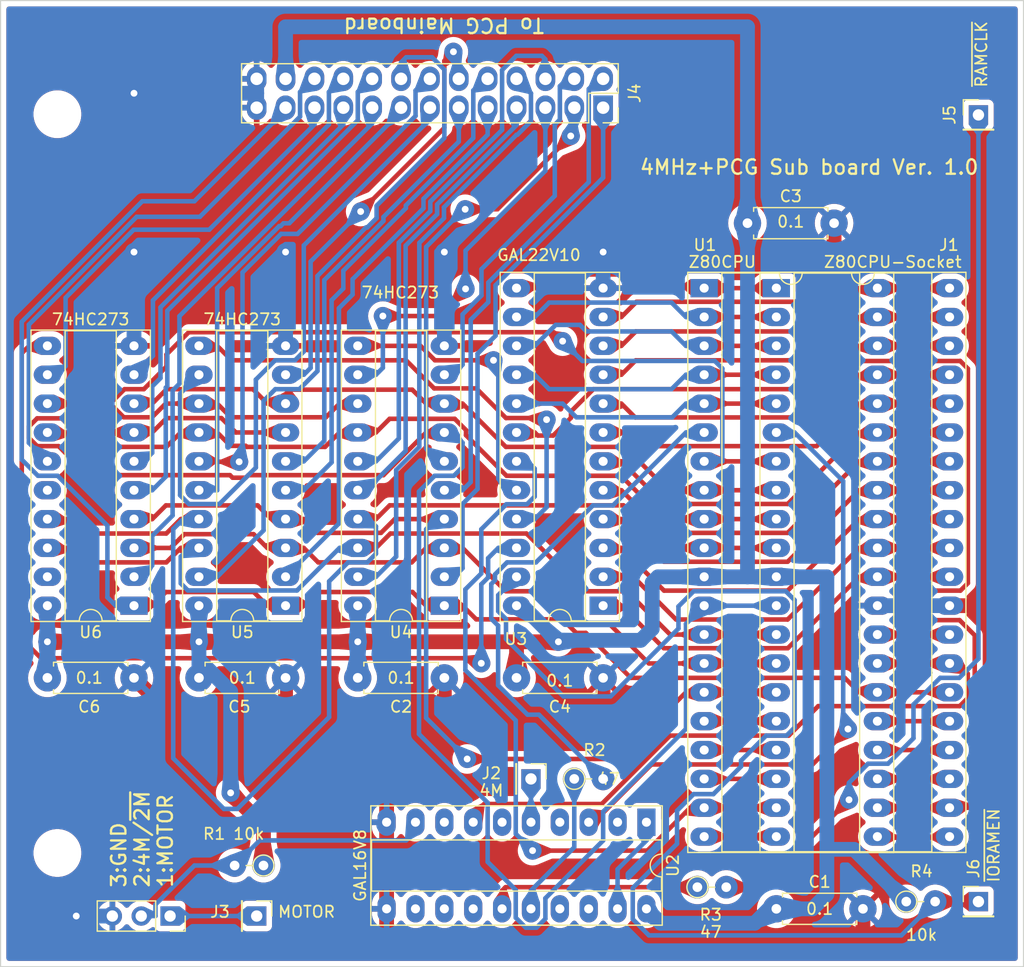
<source format=kicad_pcb>
(kicad_pcb (version 20240108) (generator "pcbnew") (generator_version "8.0")
  (title_block (title "MZ-1200 4M/2M Clock switcher w/ PCG addr dec.") (date "2024-07-09") (rev "1.0") (company "Mercury Nihombashi"))
  (layers (0 "F.Cu" signal) (31 "B.Cu" signal) (34 "B.Paste" user) (35 "F.Paste" user) (36 "B.SilkS" user "B.Silkscreen") (37 "F.SilkS" user "F.Silkscreen") (38 "B.Mask" user) (39 "F.Mask" user) (44 "Edge.Cuts" user))
  (net 0 "")
  (net 1 "VCC")
  (net 2 "GND")
  (net 3 "/~{RESET}")
  (net 4 "Net-(U2-I1{slash}CLK)")
  (net 14 "/PD0")
  (net 15 "/PD1")
  (net 16 "/PD2")
  (net 17 "/PD3")
  (net 18 "/PD4")
  (net 19 "/PD5")
  (net 20 "/PD6")
  (net 21 "/PD7")
  (net 22 "/PA0")
  (net 23 "/PA1")
  (net 24 "/PA2")
  (net 25 "/PA3")
  (net 26 "/PA4")
  (net 27 "/PA5")
  (net 28 "/PA6")
  (net 29 "/PA7")
  (net 30 "/PA10")
  (net 31 "/PCG_OFF_PA11")
  (net 32 "/PA9")
  (net 33 "/PA8")
  (net 34 "/SEL")
  (net 35 "/COPY")
  (net 36 "/~{E012}")
  (net 37 "/~{E011}")
  (net 38 "/~{E010}")
  (net 39 "/A6")
  (net 40 "/A14")
  (net 41 "/~{MREQ}")
  (net 42 "/A0")
  (net 43 "/A1")
  (net 44 "/D7")
  (net 45 "Net-(U2-IO4)")
  (net 46 "Net-(U2-IO5)")
  (net 47 "/D3")
  (net 48 "/~{BUSACK}")
  (net 49 "/D4")
  (net 50 "/~{INT}")
  (net 51 "/~{WAIT}")
  (net 52 "/A10")
  (net 53 "/A13")
  (net 54 "/D0")
  (net 55 "/~{NMI}")
  (net 56 "/~{RFSH}")
  (net 57 "/~{RD}")
  (net 58 "/~{BUSEQ}")
  (net 59 "/~{M1}")
  (net 60 "/A12")
  (net 61 "/A15")
  (net 62 "/D1")
  (net 63 "/D2")
  (net 64 "/A8")
  (net 65 "/~{WR}")
  (net 66 "/A2")
  (net 67 "/A9")
  (net 68 "/~{HALT}")
  (net 69 "/A4")
  (net 70 "/A3")
  (net 71 "/A11")
  (net 72 "/~{2M}")
  (net 73 "/A5")
  (net 74 "/A7")
  (net 75 "/D5")
  (net 76 "/~{IOEQ}")
  (net 77 "/D6")
  (net 78 "/4M")
  (net 79 "Net-(J3-Pad1)")
  (net 80 "Net-(J5-Pad1)")
  (net 81 "/CLKSEL")
  (net 82 "/~{CPUCLK}")
  (net 85 "/~{IORAMEN}")
  (footprint "Kao_Library:LargePad_R_Axial_DIN0204_L3.6mm_D1.6mm_P2.54mm_Vertical" (layer "F.Cu") (at 137.37 120.975)
    (property "Reference" "R4")
    (property "Value" "10k")
  )
  (footprint "MountingHole:MountingHole_3.2mm_M3" (layer "F.Cu") (at 62.685 116.7)
    (property "Reference" "H2" (hide yes))
    (property "Value" "MountingHole" (hide yes))
  )
  (footprint "Package_DIP:DIP-24_W7.62mm_Socket_LongPads" (layer "F.Cu") (at 110.7 94.94 180)
    (property "Reference" "U3")
    (property "Value" "GAL22V10")
  )
  (footprint "Package_DIP:DIP-40_W15.24mm_Socket_LongPads" (layer "F.Cu") (at 125.94 67)
    (property "Reference" "J1")
    (property "Value" "Z80CPU-Socket")
  )
  (footprint "Connector_PinHeader_2.54mm:PinHeader_1x01_P2.54mm_Vertical" (layer "F.Cu") (at 143.72 120.975)
    (property "Reference" "J6")
    (property "Value" "~{IORAMEN}")
  )
  (footprint "Kao_Library:PinSocket_2x13_P2.54mm_Vertical_LargePad" (layer "F.Cu") (at 110.7 51.125 -90)
    (property "Reference" "J4")
    (property "Value" "To PCG Mainboard" (hide yes))
  )
  (footprint "Kao_Library:LargePad_R_Axial_DIN0207_L6.3mm_D2.5mm_P7.62mm_Horizontal" (layer "F.Cu") (at 125.94 121.61)
    (property "Reference" "C1")
    (property "Value" "0.1")
  )
  (footprint "Package_DIP:DIP-20_W7.62mm_Socket_LongPads" (layer "F.Cu") (at 114.51 113.99 -90)
    (property "Reference" "U2")
    (property "Value" "GAL16V8")
  )
  (footprint "Package_DIP:DIP-20_W7.62mm_Socket_LongPads" (layer "F.Cu") (at 69.425 94.94 180)
    (property "Reference" "U6")
    (property "Value" "74HC273")
  )
  (footprint "Connector_PinHeader_2.54mm:PinHeader_1x01_P2.54mm_Vertical" (layer "F.Cu") (at 104.35 110.18 -90)
    (property "Reference" "J2")
    (property "Value" "4M")
  )
  (footprint "Kao_Library:LargePad_R_Axial_DIN0204_L3.6mm_D1.6mm_P2.54mm_Vertical" (layer "F.Cu") (at 80.8175 117.8 180)
    (property "Reference" "R1")
    (property "Value" "10k")
  )
  (footprint "Connector_PinSocket_2.54mm:PinSocket_1x03_P2.54mm_Vertical" (layer "F.Cu") (at 72.6 122.245 -90)
    (property "Reference" "SW1" (hide yes))
    (property "Value" "Clock Select" (hide yes))
  )
  (footprint "Connector_PinHeader_2.54mm:PinHeader_1x01_P2.54mm_Vertical" (layer "F.Cu") (at 80.22 122.245 -90)
    (property "Reference" "J3")
    (property "Value" "MOTOR")
  )
  (footprint "Kao_Library:LargePad_R_Axial_DIN0207_L6.3mm_D2.5mm_P7.62mm_Horizontal" (layer "F.Cu") (at 103.08 101.29)
    (property "Reference" "C4")
    (property "Value" "0.1")
  )
  (footprint "Package_DIP:DIP-20_W7.62mm_Socket_LongPads" (layer "F.Cu") (at 96.73 94.94 180)
    (property "Reference" "U4")
    (property "Value" "74HC273")
  )
  (footprint "Package_DIP:DIP-40_W15.24mm_Socket_LongPads" (layer "F.Cu") (at 119.59 67)
    (property "Reference" "U1")
    (property "Value" "Z80CPU")
  )
  (footprint "Connector_PinHeader_2.54mm:PinHeader_1x01_P2.54mm_Vertical" (layer "F.Cu") (at 143.72 51.76)
    (property "Reference" "J5")
    (property "Value" "~{RAMCLK}")
  )
  (footprint "Kao_Library:LargePad_R_Axial_DIN0207_L6.3mm_D2.5mm_P7.62mm_Horizontal" (layer "F.Cu") (at 61.805 101.29)
    (property "Reference" "C6")
    (property "Value" "0.1")
  )
  (footprint "Kao_Library:LargePad_R_Axial_DIN0204_L3.6mm_D1.6mm_P2.54mm_Vertical" (layer "F.Cu") (at 108.16 110.18)
    (property "Reference" "R2")
    (property "Value" "47")
  )
  (footprint "MountingHole:MountingHole_3.2mm_M3" (layer "F.Cu") (at 62.685 51.7)
    (property "Reference" "H1" (hide yes))
    (property "Value" "MountingHole" (hide yes))
  )
  (footprint "Kao_Library:LargePad_R_Axial_DIN0207_L6.3mm_D2.5mm_P7.62mm_Horizontal" (layer "F.Cu") (at 89.11 101.29)
    (property "Reference" "C2")
    (property "Value" "0.1")
  )
  (footprint "Package_DIP:DIP-20_W7.62mm_Socket_LongPads" (layer "F.Cu") (at 82.76 94.94 180)
    (property "Reference" "U5")
    (property "Value" "74HC273")
  )
  (footprint "Kao_Library:LargePad_R_Axial_DIN0207_L6.3mm_D2.5mm_P7.62mm_Horizontal" (layer "F.Cu") (at 75.14 101.29)
    (property "Reference" "C5")
    (property "Value" "0.1")
  )
  (footprint "Kao_Library:LargePad_R_Axial_DIN0204_L3.6mm_D1.6mm_P2.54mm_Vertical" (layer "F.Cu") (at 118.9925 119.705)
    (property "Reference" "R3")
    (property "Value" "47")
  )
  (footprint "Kao_Library:LargePad_R_Axial_DIN0207_L6.3mm_D2.5mm_P7.62mm_Horizontal" (layer "F.Cu") (at 123.4 61.285)
    (property "Reference" "C3")
    (property "Value" "0.1")
  )
  (gr_rect (start 57.685 41.7) (end 147.685 126.7) (stroke (width 0.1)) (fill none) (layer "Edge.Cuts"))
  (gr_text "3:GND\n2:4M/~{2M}\n1:MOTOR\n" (at 72.925 119.842 90) (layer "F.SilkS") (effects (font (size 1.27 1.27) (thickness 0.2032)) (justify left bottom)))
  (gr_text "To PCG Mainboard" (at 105.62 43.124 180) (layer "F.SilkS") (effects (font (size 1.27 1.27) (thickness 0.2032)) (justify left bottom)))
  (gr_text "4MHz+PCG Sub board Ver. 1.0" (at 113.819 57.104 0) (layer "F.SilkS") (effects (font (size 1.27 1.27) (thickness 0.2032)) (justify left bottom)))
  (segment (start 75.14 98.115) (end 89.11 98.115) (width 1.3) (layer "F.Cu") (net 1))
  (segment (start 103.3427 98.115) (end 103.08 98.3777) (width 1.3) (layer "F.Cu") (net 1))
  (segment (start 80.8175 117.8) (end 80.8175 114.2961) (width 1.3) (layer "F.Cu") (net 1))
  (segment (start 106.763 98.115) (end 89.11 98.115) (width 1.3) (layer "F.Cu") (net 1))
  (segment (start 61.805 98.115) (end 75.14 98.115) (width 1.3) (layer "F.Cu") (net 1))
  (segment (start 80.8175 114.2961) (end 77.9272 111.4058) (width 1.3) (layer "F.Cu") (net 1))
  (segment (start 103.08 98.3777) (end 103.08 101.29) (width 1.3) (layer "F.Cu") (net 1))
  (via (at 89.11 98.115) (size 1.6) (drill 0.6) (layers "F.Cu" "B.Cu") (net 1))
  (via (at 61.805 98.115) (size 1.6) (drill 0.6) (layers "F.Cu" "B.Cu") (net 1))
  (via (at 77.9272 111.4058) (size 1.6) (drill 0.6) (layers "F.Cu" "B.Cu") (net 1))
  (via (at 75.14 98.115) (size 1.6) (drill 0.6) (layers "F.Cu" "B.Cu") (net 1))
  (via (at 106.763 98.115) (size 1.6) (drill 0.6) (layers "F.Cu" "B.Cu") (net 1))
  (segment (start 124.035 122.88) (end 115.78 122.88) (width 1.3) (layer "B.Cu") (net 1))
  (segment (start 61.805 98.115) (end 61.805 94.94) (width 1.3) (layer "B.Cu") (net 1))
  (segment (start 130.385 92.4) (end 125.94 92.4) (width 1.3) (layer "B.Cu") (net 1))
  (segment (start 89.11 98.115) (end 89.11 94.94) (width 1.3) (layer "B.Cu") (net 1))
  (segment (start 123.4 61.285) (end 123.4 44.01) (width 1.3) (layer "B.Cu") (net 1))
  (segment (start 115.018 96.972) (end 114.002 97.988) (width 1.3) (layer "B.Cu") (net 1))
  (segment (start 106.89 97.988) (end 106.763 98.115) (width 1.3) (layer "B.Cu") (net 1))
  (segment (start 75.14 98.115) (end 75.14 94.94) (width 1.3) (layer "B.Cu") (net 1))
  (segment (start 132.7732 116.3782) (end 137.37 120.975) (width 1.3) (layer "B.Cu") (net 1))
  (segment (start 75.14 101.29) (end 75.14 99.7025) (width 1.3) (layer "B.Cu") (net 1))
  (segment (start 82.76 44.01) (end 123.4 44.01) (width 1.3) (layer "B.Cu") (net 1))
  (segment (start 129.115 121.61) (end 130.385 120.34) (width 1.3) (layer "B.Cu") (net 1))
  (segment (start 106.763 98.115) (end 103.588 94.94) (width 1.3) (layer "B.Cu") (net 1))
  (segment (start 82.76 48.585) (end 82.76 44.01) (width 1.3) (layer "B.Cu") (net 1))
  (segment (start 125.94 121.61) (end 125.305 121.61) (width 1.3) (layer "B.Cu") (net 1))
  (segment (start 130.385 120.34) (end 130.385 92.4) (width 1.3) (layer "B.Cu") (net 1))
  (segment (start 61.805 101.29) (end 61.805 98.115) (width 1.3) (layer "B.Cu") (net 1))
  (segment (start 75.14 99.7025) (end 75.14 98.115) (width 1.3) (layer "B.Cu") (net 1))
  (segment (start 75.14 99.7025) (end 77.9272 102.4897) (width 1.3) (layer "B.Cu") (net 1))
  (segment (start 103.588 94.94) (end 103.08 94.94) (width 1.3) (layer "B.Cu") (net 1))
  (segment (start 114.002 97.988) (end 106.89 97.988) (width 1.3) (layer "B.Cu") (net 1))
  (segment (start 125.94 121.61) (end 129.115 121.61) (width 1.3) (layer "B.Cu") (net 1))
  (segment (start 130.385 116.3782) (end 132.7732 116.3782) (width 1.3) (layer "B.Cu") (net 1))
  (segment (start 123.4 92.4) (end 125.94 92.4) (width 1.3) (layer "B.Cu") (net 1))
  (segment (start 89.11 101.29) (end 89.11 98.115) (width 1.3) (layer "B.Cu") (net 1))
  (segment (start 115.526 92.4) (end 115.018 92.908) (width 1.3) (layer "B.Cu") (net 1))
  (segment (start 119.59 92.4) (end 115.526 92.4) (width 1.3) (layer "B.Cu") (net 1))
  (segment (start 115.78 122.88) (end 114.51 121.61) (width 1.3) (layer "B.Cu") (net 1))
  (segment (start 119.59 92.4) (end 123.4 92.4) (width 1.3) (layer "B.Cu") (net 1))
  (segment (start 125.305 121.61) (end 124.035 122.88) (width 1.3) (layer "B.Cu") (net 1))
  (segment (start 123.4 61.285) (end 123.4 92.4) (width 1.3) (layer "B.Cu") (net 1))
  (segment (start 115.018 92.908) (end 115.018 96.972) (width 1.3) (layer "B.Cu") (net 1))
  (segment (start 77.9272 102.4897) (end 77.9272 111.4058) (width 1.3) (layer "B.Cu") (net 1))
  (segment (start 146.26 94.94) (end 146.26 124.785) (width 1.3) (layer "F.Cu") (net 2))
  (segment (start 96.73 63.825) (end 82.76 63.825) (width 1.3) (layer "F.Cu") (net 2))
  (segment (start 146.26 124.785) (end 135.465 124.785) (width 1.3) (layer "F.Cu") (net 2))
  (segment (start 131.02 63.825) (end 131.02 61.285) (width 1.3) (layer "F.Cu") (net 2))
  (segment (start 91.65 124.531) (end 91.396 124.785) (width 1.3) (layer "F.Cu") (net 2))
  (segment (start 82.76 104.4649) (end 72.5999 104.4649) (width 1.3) (layer "F.Cu") (net 2))
  (segment (start 84.665 106.37) (end 82.76 104.465) (width 1.3) (layer "F.Cu") (net 2))
  (segment (start 91.396 124.785) (end 64.345 124.785) (width 1.3) (layer "F.Cu") (net 2))
  (segment (start 64.345 124.785) (end 64.345 122.245) (width 1.3) (layer "F.Cu") (net 2))
  (segment (start 131.02 63.825) (end 110.7 63.825) (width 1.3) (layer "F.Cu") (net 2))
  (segment (start 96.73 106.37) (end 94.825 106.37) (width 1.3) (layer "F.Cu") (net 2))
  (segment (start 141.18 94.94) (end 146.26 94.94) (width 1.3) (layer "F.Cu") (net 2))
  (segment (start 92.92 106.37) (end 84.665 106.37) (width 1.3) (layer "F.Cu") (net 2))
  (segment (start 145.625 63.825) (end 131.02 63.825) (width 1.3) (layer "F.Cu") (net 2))
  (segment (start 82.76 63.825) (end 69.425 63.825) (width 1.3) (layer "F.Cu") (net 2))
  (segment (start 91.65 121.61) (end 91.65 124.531) (width 1.3) (layer "F.Cu") (net 2))
  (segment (start 92.92 106.37) (end 91.65 107.64) (width 1.3) (layer "F.Cu") (net 2))
  (segment (start 91.65 121.61) (end 91.65 113.99) (width 1.3) (layer "F.Cu") (net 2))
  (segment (start 133.56 124.785) (end 133.56 121.61) (width 1.3) (layer "F.Cu") (net 2))
  (segment (start 91.396 124.785) (end 133.56 124.785) (width 1.3) (layer "F.Cu") (net 2))
  (segment (start 110.7 104.846) (end 109.176 106.37) (width 1.3) (layer "F.Cu") (net 2))
  (segment (start 110.7 101.29) (end 110.7 104.846) (width 1.3) (layer "F.Cu") (net 2))
  (segment (start 82.76 104.465) (end 82.76 101.29) (width 1.3) (layer "F.Cu") (net 2))
  (segment (start 146.26 94.94) (end 146.26 64.46) (width 1.3) (layer "F.Cu") (net 2))
  (segment (start 69.425 49.856) (end 69.425 63.825) (width 1.3) (layer "F.Cu") (net 2))
  (segment (start 94.825 106.37) (end 92.92 106.37) (width 1.3) (layer "F.Cu") (net 2))
  (segment (start 96.73 63.825) (end 110.065 63.825) (width 1.3) (layer "F.Cu") (net 2))
  (segment (start 96.73 101.29) (end 96.73 106.37) (width 1.3) (layer "F.Cu") (net 2))
  (segment (start 110.7 63.825) (end 110.065 63.825) (width 1.3) (layer "F.Cu") (net 2))
  (segment (start 109.176 106.37) (end 96.73 106.37) (width 1.3) (layer "F.Cu") (net 2))
  (segment (start 69.425 63.825) (end 69.298 63.952) (width 1.3) (layer "F.Cu") (net 2))
  (segment (start 91.65 107.64) (end 91.65 113.99) (width 1.3) (layer "F.Cu") (net 2))
  (segment (start 72.5999 104.4649) (end 69.425 101.29) (width 1.3) (layer "F.Cu") (net 2))
  (segment (start 133.56 124.785) (end 135.465 124.785) (width 1.3) (layer "F.Cu") (net 2))
  (segment (start 146.26 64.46) (end 145.625 63.825) (width 1.3) (layer "F.Cu") (net 2))
  (segment (start 110.7 64.46) (end 110.065 63.825) (width 1.3) (layer "F.Cu") (net 2))
  (via (at 110.7 63.825) (size 1.6) (drill 0.6) (layers "F.Cu" "B.Cu") (net 2))
  (via (at 69.425 49.856) (size 1.6) (drill 0.6) (layers "F.Cu" "B.Cu") (net 2))
  (via (at 64.345 122.245) (size 1.6) (drill 0.6) (layers "F.Cu" "B.Cu") (net 2))
  (via (at 69.425 63.825) (size 1.6) (drill 0.6) (layers "F.Cu" "B.Cu") (net 2))
  (via (at 82.76 63.825) (size 1.6) (drill 0.6) (layers "F.Cu" "B.Cu") (net 2))
  (via (at 96.73 63.825) (size 1.6) (drill 0.6) (layers "F.Cu" "B.Cu") (net 2))
  (segment (start 80.22 49.856) (end 80.22 48.585) (width 1.3) (layer "B.Cu") (net 2))
  (segment (start 82.76 72.08) (end 82.76 63.825) (width 1.3) (layer "B.Cu") (net 2))
  (segment (start 69.425 72.08) (end 69.425 63.825) (width 1.3) (layer "B.Cu") (net 2))
  (segment (start 91.65 113.99) (end 91.396 114.244) (width 1.3) (layer "B.Cu") (net 2))
  (segment (start 67.52 122.245) (end 64.345 122.245) (width 1.3) (layer "B.Cu") (net 2))
  (segment (start 134.83 94.94) (end 141.18 94.94) (width 1.3) (layer "B.Cu") (net 2))
  (segment (start 110.7 67) (end 110.7 63.825) (width 1.3) (layer "B.Cu") (net 2))
  (segment (start 80.22 51.125) (end 80.22 49.856) (width 1.3) (layer "B.Cu") (net 2))
  (segment (start 96.73 72.08) (end 96.73 63.825) (width 1.3) (layer "B.Cu") (net 2))
  (segment (start 69.425 49.856) (end 80.22 49.856) (width 1.3) (layer "B.Cu") (net 2))
  (segment (start 71.0267 94.94) (end 72.2284 93.7383) (width 0.4) (layer "F.Cu") (net 3))
  (segment (start 98.3317 94.94) (end 99.5334 96.1417) (width 0.4) (layer "F.Cu") (net 3))
  (segment (start 84.3617 94.94) (end 85.5634 93.7383) (width 0.4) (layer "F.Cu") (net 3))
  (segment (start 99.5334 96.1417) (end 107.1351 96.1417) (width 0.4) (layer "F.Cu") (net 3))
  (segment (start 79.9566 93.7383) (end 81.1583 94.94) (width 0.4) (layer "F.Cu") (net 3))
  (segment (start 82.76 94.94) (end 84.3617 94.94) (width 0.4) (layer "F.Cu") (net 3))
  (segment (start 85.5634 93.7383) (end 93.9266 93.7383) (width 0.4) (layer "F.Cu") (net 3))
  (segment (start 96.73 94.94) (end 98.3317 94.94) (width 0.4) (layer "F.Cu") (net 3))
  (segment (start 109.1787 97.3345) (end 113.1342 101.29) (width 0.4) (layer "F.Cu") (net 3))
  (segment (start 141.18 102.56) (end 134.83 102.56) (width 0.4) (layer "F.Cu") (net 3))
  (segment (start 131.9583 101.29) (end 133.2283 102.56) (width 0.4) (layer "F.Cu") (net 3))
  (segment (start 72.2284 93.7383) (end 79.9566 93.7383) (width 0.4) (layer "F.Cu") (net 3))
  (segment (start 134.83 102.56) (end 133.2283 102.56) (width 0.4) (layer "F.Cu") (net 3))
  (segment (start 82.76 94.94) (end 81.1583 94.94) (width 0.4) (layer "F.Cu") (net 3))
  (segment (start 108.3279 97.3345) (end 109.1787 97.3345) (width 0.4) (layer "F.Cu") (net 3))
  (segment (start 107.1351 96.1417) (end 108.3279 97.3345) (width 0.4) (layer "F.Cu") (net 3))
  (segment (start 113.1342 101.29) (end 131.9583 101.29) (width 0.4) (layer "F.Cu") (net 3))
  (segment (start 96.73 94.94) (end 95.1283 94.94) (width 0.4) (layer "F.Cu") (net 3))
  (segment (start 69.425 94.94) (end 71.0267 94.94) (width 0.4) (layer "F.Cu") (net 3))
  (segment (start 93.9266 93.7383) (end 95.1283 94.94) (width 0.4) (layer "F.Cu") (net 3))
  (segment (start 74.7356 59.3574) (end 70.1558 59.3574) (width 0.4) (layer "B.Cu") (net 3))
  (segment (start 67.8233 94.94) (end 69.425 94.94) (width 0.4) (layer "B.Cu") (net 3))
  (segment (start 67.0851 87.893) (end 67.0851 94.2019) (width 0.4) (layer "B.Cu") (net 3))
  (segment (start 60.9718 83.51) (end 62.7021 83.51) (width 0.4) (layer "B.Cu") (net 3))
  (segment (start 67.0852 94.2019) (end 67.8233 94.94) (width 0.4) (layer "B.Cu") (net 3))
  (segment (start 59.5438 82.082) (end 60.9718 83.51) (width 0.4) (layer "B.Cu") (net 3))
  (segment (start 59.5438 69.9694) (end 59.5438 82.082) (width 0.4) (layer "B.Cu") (net 3))
  (segment (start 62.7021 83.51) (end 67.0851 87.893) (width 0.4) (layer "B.Cu") (net 3))
  (segment (start 82.76 51.333) (end 74.7356 59.3574) (width 0.4) (layer "B.Cu") (net 3))
  (segment (start 67.0851 94.2019) (end 67.0852 94.2019) (width 0.4) (layer "B.Cu") (net 3))
  (segment (start 70.1558 59.3574) (end 59.5438 69.9694) (width 0.4) (layer "B.Cu") (net 3))
  (segment (start 82.76 51.125) (end 82.76 51.333) (width 0.4) (layer "B.Cu") (net 3))
  (segment (start 111.97 118.1317) (end 114.51 115.5917) (width 0.4) (layer "B.Cu") (net 4))
  (segment (start 111.97 121.61) (end 111.97 118.1317) (width 0.4) (layer "B.Cu") (net 4))
  (segment (start 114.51 113.99) (end 114.51 115.5917) (width 0.4) (layer "B.Cu") (net 4))
  (segment (start 99.6505 84.6721) (end 99.6505 72.7694) (width 0.4) (layer "B.Cu") (net 14))
  (segment (start 97.5797 92.4) (end 98.3317 91.648) (width 0.4) (layer "B.Cu") (net 14))
  (segment (start 101.2335 66.7468) (end 110.7 57.2803) (width 0.4) (layer "B.Cu") (net 14))
  (segment (start 98.3317 91.648) (end 98.3317 85.9909) (width 0.4) (layer "B.Cu") (net 14))
  (segment (start 99.6505 72.7694) (end 101.2335 71.1864) (width 0.4) (layer "B.Cu") (net 14))
  (segment (start 96.73 92.4) (end 97.5797 92.4) (width 0.4) (layer "B.Cu") (net 14))
  (segment (start 98.3317 85.9909) (end 99.6505 84.6721) (width 0.4) (layer "B.Cu") (net 14))
  (segment (start 110.7 57.2803) (end 110.7 51.125) (width 0.4) (layer "B.Cu") (net 14))
  (segment (start 101.2335 71.1864) (end 101.2335 66.7468) (width 0.4) (layer "B.Cu") (net 14))
  (segment (start 98.3317 84.78) (end 99.0488 84.0629) (width 0.4) (layer "B.Cu") (net 15))
  (segment (start 100.5991 68.2317) (end 100.5991 66.5056) (width 0.4) (layer "B.Cu") (net 15))
  (segment (start 99.0488 69.782) (end 100.5991 68.2317) (width 0.4) (layer "B.Cu") (net 15))
  (segment (start 99.0488 84.0629) (end 99.0488 69.782) (width 0.4) (layer "B.Cu") (net 15))
  (segment (start 110.3348 48.585) (end 109.4358 49.484) (width 0.4) (layer "B.Cu") (net 15))
  (segment (start 100.5991 66.5056) (end 109.4358 57.6689) (width 0.4) (layer "B.Cu") (net 15))
  (segment (start 96.73 84.78) (end 98.3317 84.78) (width 0.4) (layer "B.Cu") (net 15))
  (segment (start 109.4358 57.6689) (end 109.4358 49.484) (width 0.4) (layer "B.Cu") (net 15))
  (segment (start 110.7 48.585) (end 110.3348 48.585) (width 0.4) (layer "B.Cu") (net 15))
  (segment (start 101.4024 60.0606) (end 98.5623 60.0606) (width 0.4) (layer "F.Cu") (net 16))
  (segment (start 107.8487 53.6143) (end 101.4024 60.0606) (width 0.4) (layer "F.Cu") (net 16))
  (via (at 107.8487 53.6143) (size 1.6) (drill 0.6) (layers "F.Cu" "B.Cu") (net 16))
  (via (at 98.5623 60.0606) (size 1.6) (drill 0.6) (layers "F.Cu" "B.Cu") (net 16))
  (segment (start 95.1283 63.5577) (end 95.1298 63.5562) (width 0.4) (layer "B.Cu") (net 16))
  (segment (start 108.16 53.303) (end 107.8487 53.6143) (width 0.4) (layer "B.Cu") (net 16))
  (segment (start 96.73 82.24) (end 96.2613 82.24) (width 0.4) (layer "B.Cu") (net 16))
  (segment (start 95.1283 81.107) (end 95.1283 63.5577) (width 0.4) (layer "B.Cu") (net 16))
  (segment (start 96.2613 82.24) (end 95.1283 81.107) (width 0.4) (layer "B.Cu") (net 16))
  (segment (start 98.4426 60.0606) (end 98.5623 60.0606) (width 0.4) (layer "B.Cu") (net 16))
  (segment (start 95.1298 63.5562) (end 95.1298 63.3734) (width 0.4) (layer "B.Cu") (net 16))
  (segment (start 95.1298 63.3734) (end 98.4426 60.0606) (width 0.4) (layer "B.Cu") (net 16))
  (segment (start 108.16 51.125) (end 108.16 53.303) (width 0.4) (layer "B.Cu") (net 16))
  (segment (start 106.8958 52.1747) (end 106.8958 49.23) (width 0.4) (layer "B.Cu") (net 17))
  (segment (start 107.5408 48.585) (end 106.8958 49.23) (width 0.4) (layer "B.Cu") (net 17))
  (segment (start 96.73 74.62) (end 97.4527 74.62) (width 0.4) (layer "B.Cu") (net 17))
  (segment (start 97.4527 74.62) (end 98.3317 73.741) (width 0.4) (layer "B.Cu") (net 17))
  (segment (start 108.16 48.585) (end 107.5408 48.585) (width 0.4) (layer "B.Cu") (net 17))
  (segment (start 106.447 52.6235) (end 106.8958 52.1747) (width 0.4) (layer "B.Cu") (net 17))
  (segment (start 106.447 58.8792) (end 106.447 52.6235) (width 0.4) (layer "B.Cu") (net 17))
  (segment (start 99.9974 67.6467) (end 99.9974 65.3288) (width 0.4) (layer "B.Cu") (net 17))
  (segment (start 99.9974 65.3288) (end 106.447 58.8792) (width 0.4) (layer "B.Cu") (net 17))
  (segment (start 98.3317 69.3124) (end 99.9974 67.6467) (width 0.4) (layer "B.Cu") (net 17))
  (segment (start 98.3317 73.741) (end 98.3317 69.3124) (width 0.4) (layer "B.Cu") (net 17))
  (segment (start 98.5957 67.0661) (end 96.206 69.4558) (width 0.4) (layer "F.Cu") (net 18))
  (segment (start 96.206 69.4558) (end 91.3201 69.4558) (width 0.4) (layer "F.Cu") (net 18))
  (via (at 98.5957 67.0661) (size 1.6) (drill 0.6) (layers "F.Cu" "B.Cu") (net 18))
  (via (at 91.3201 69.4558) (size 1.6) (drill 0.6) (layers "F.Cu" "B.Cu") (net 18))
  (segment (start 90.7117 74.62) (end 91.3201 74.0116) (width 0.4) (layer "B.Cu") (net 18))
  (segment (start 89.11 74.62) (end 90.7117 74.62) (width 0.4) (layer "B.Cu") (net 18))
  (segment (start 105.62 56.6769) (end 98.5957 63.7012) (width 0.4) (layer "B.Cu") (net 18))
  (segment (start 91.3201 74.0116) (end 91.3201 69.4558) (width 0.4) (layer "B.Cu") (net 18))
  (segment (start 105.62 51.125) (end 105.62 56.6769) (width 0.4) (layer "B.Cu") (net 18))
  (segment (start 98.5957 63.7012) (end 98.5957 67.0661) (width 0.4) (layer "B.Cu") (net 18))
  (segment (start 95.4943 59.3905) (end 101.81 53.0748) (width 0.4) (layer "B.Cu") (net 19))
  (segment (start 89.11 82.24) (end 90.7117 82.24) (width 0.4) (layer "B.Cu") (net 19))
  (segment (start 92.723 80.2287) (end 92.723 63.0007) (width 0.4) (layer "B.Cu") (net 19))
  (segment (start 92.723 63.0007) (end 95.4943 60.2294) (width 0.4) (layer "B.Cu") (net 19))
  (segment (start 105.62 46.873) (end 105.62 48.585) (width 0.4) (layer "B.Cu") (net 19))
  (segment (start 105.31 46.563) (end 105.62 46.873) (width 0.4) (layer "B.Cu") (net 19))
  (segment (start 90.7117 82.24) (end 92.723 80.2287) (width 0.4) (layer "B.Cu") (net 19))
  (segment (start 103.0614 46.563) (end 105.31 46.563) (width 0.4) (layer "B.Cu") (net 19))
  (segment (start 101.81 47.8144) (end 103.0614 46.563) (width 0.4) (layer "B.Cu") (net 19))
  (segment (start 101.81 53.0748) (end 101.81 47.8144) (width 0.4) (layer "B.Cu") (net 19))
  (segment (start 95.4943 60.2294) (end 95.4943 59.3905) (width 0.4) (layer "B.Cu") (net 19))
  (segment (start 93.3247 81.3162) (end 93.3247 63.2616) (width 0.4) (layer "B.Cu") (net 20))
  (segment (start 96.096 59.6396) (end 103.08 52.6556) (width 0.4) (layer "B.Cu") (net 20))
  (segment (start 89.11 84.78) (end 89.8609 84.78) (width 0.4) (layer "B.Cu") (net 20))
  (segment (start 93.3247 63.2616) (end 96.096 60.4903) (width 0.4) (layer "B.Cu") (net 20))
  (segment (start 89.8609 84.78) (end 93.3247 81.3162) (width 0.4) (layer "B.Cu") (net 20))
  (segment (start 103.08 52.6556) (end 103.08 51.125) (width 0.4) (layer "B.Cu") (net 20))
  (segment (start 96.096 60.4903) (end 96.096 59.6396) (width 0.4) (layer "B.Cu") (net 20))
  (segment (start 90.7117 92.4) (end 92.4897 90.622) (width 0.4) (layer "B.Cu") (net 21))
  (segment (start 94.5281 63.0167) (end 96.6977 60.8471) (width 0.4) (layer "B.Cu") (net 21))
  (segment (start 103.08 53.5064) (end 103.155 53.5064) (width 0.4) (layer "B.Cu") (net 21))
  (segment (start 94.5281 63.3071) (end 94.5281 63.0167) (width 0.4) (layer "B.Cu") (net 21))
  (segment (start 103.155 53.5064) (end 104.35 52.3114) (width 0.4) (layer "B.Cu") (net 21))
  (segment (start 96.6977 59.8887) (end 103.08 53.5064) (width 0.4) (layer "B.Cu") (net 21))
  (segment (start 92.4897 90.622) (end 92.4897 83.002) (width 0.4) (layer "B.Cu") (net 21))
  (segment (start 104.35 49.855) (end 103.08 48.585) (width 0.4) (layer "B.Cu") (net 21))
  (segment (start 96.6977 60.8471) (end 96.6977 59.8887) (width 0.4) (layer "B.Cu") (net 21))
  (segment (start 94.5266 80.9651) (end 94.5266 63.3085) (width 0.4) (layer "B.Cu") (net 21))
  (segment (start 94.528 63.3071) (end 94.5281 63.3071) (width 0.4) (layer "B.Cu") (net 21))
  (segment (start 104.35 52.3114) (end 104.35 49.855) (width 0.4) (layer "B.Cu") (net 21))
  (segment (start 92.4897 83.002) (end 94.5266 80.9651) (width 0.4) (layer "B.Cu") (net 21))
  (segment (start 94.5266 63.3085) (end 94.528 63.3071) (width 0.4) (layer "B.Cu") (net 21))
  (segment (start 89.11 92.4) (end 90.7117 92.4) (width 0.4) (layer "B.Cu") (net 21))
  (segment (start 87.4532 68.767) (end 88.6566 67.5636) (width 0.4) (layer "B.Cu") (net 22))
  (segment (start 87.4532 87.7068) (end 87.4532 68.767) (width 0.4) (layer "B.Cu") (net 22))
  (segment (start 94.8926 59.9785) (end 94.8926 59.1414) (width 0.4) (layer "B.Cu") (net 22))
  (segment (start 82.76 92.4) (end 87.4532 87.7068) (width 0.4) (layer "B.Cu") (net 22))
  (segment (start 88.6566 67.5636) (end 88.6566 66.2145) (width 0.4) (layer "B.Cu") (net 22))
  (segment (start 100.54 51.125) (end 100.54 53.494) (width 0.4) (layer "B.Cu") (net 22))
  (segment (start 88.6566 66.2145) (end 94.8926 59.9785) (width 0.4) (layer "B.Cu") (net 22))
  (segment (start 94.8926 59.1414) (end 100.54 53.494) (width 0.4) (layer "B.Cu") (net 22))
  (segment (start 93.3447 59.9676) (end 87.8428 65.4695) (width 0.4) (layer "B.Cu") (net 23))
  (segment (start 87.8428 67.0282) (end 86.81 68.061) (width 0.4) (layer "B.Cu") (net 23))
  (segment (start 100.3018 48.585) (end 99.2758 49.611) (width 0.4) (layer "B.Cu") (net 23))
  (segment (start 86.81 82.3317) (end 84.3617 84.78) (width 0.4) (layer "B.Cu") (net 23))
  (segment (start 86.81 68.061) (end 86.81 82.3317) (width 0.4) (layer "B.Cu") (net 23))
  (segment (start 93.3447 59.7236) (end 93.3447 59.9676) (width 0.4) (layer "B.Cu") (net 23))
  (segment (start 100.54 48.585) (end 100.3018 48.585) (width 0.4) (layer "B.Cu") (net 23))
  (segment (start 99.2758 49.611) (end 99.2758 53.7925) (width 0.4) (layer "B.Cu") (net 23))
  (segment (start 99.2758 53.7925) (end 93.3447 59.7236) (width 0.4) (layer "B.Cu") (net 23))
  (segment (start 87.8428 65.4695) (end 87.8428 67.0282) (width 0.4) (layer "B.Cu") (net 23))
  (segment (start 82.76 84.78) (end 84.3617 84.78) (width 0.4) (layer "B.Cu") (net 23))
  (segment (start 82.76 82.24) (end 84.3617 82.24) (width 0.4) (layer "B.Cu") (net 24))
  (segment (start 91.3722 60.7432) (end 91.3722 61.0893) (width 0.4) (layer "B.Cu") (net 24))
  (segment (start 98 54.1154) (end 91.3722 60.7432) (width 0.4) (layer "B.Cu") (net 24))
  (segment (start 86.1668 66.2947) (end 86.1668 80.4349) (width 0.4) (layer "B.Cu") (net 24))
  (segment (start 98 51.125) (end 98 54.1154) (width 0.4) (layer "B.Cu") (net 24))
  (segment (start 91.3722 61.0893) (end 86.1668 66.2947) (width 0.4) (layer "B.Cu") (net 24))
  (segment (start 86.1668 80.4349) (end 84.3617 82.24) (width 0.4) (layer "B.Cu") (net 24))
  (segment (start 96.73 47.0018) (end 96.73 52.8982) (width 0.4) (layer "F.Cu") (net 25))
  (segment (start 97.5275 46.2043) (end 96.73 47.0018) (width 0.4) (layer "F.Cu") (net 25))
  (segment (start 96.73 52.8982) (end 89.3667 60.2615) (width 0.4) (layer "F.Cu") (net 25))
  (via (at 97.5275 46.2043) (size 1.6) (drill 0.6) (layers "F.Cu" "B.Cu") (net 25))
  (via (at 89.3667 60.2615) (size 1.6) (drill 0.6) (layers "F.Cu" "B.Cu") (net 25))
  (segment (start 82.76 74.62) (end 84.3617 74.62) (width 0.4) (layer "B.Cu") (net 25))
  (segment (start 84.9634 74.0183) (end 84.9634 64.6648) (width 0.4) (layer "B.Cu") (net 25))
  (segment (start 84.9634 64.6648) (end 89.3667 60.2615) (width 0.4) (layer "B.Cu") (net 25))
  (segment (start 98 47.1083) (end 97.5275 46.6358) (width 0.4) (layer "B.Cu") (net 25))
  (segment (start 84.3617 74.62) (end 84.9634 74.0183) (width 0.4) (layer "B.Cu") (net 25))
  (segment (start 97.5275 46.6358) (end 97.5275 46.2043) (width 0.4) (layer "B.Cu") (net 25))
  (segment (start 98 48.585) (end 98 47.1083) (width 0.4) (layer "B.Cu") (net 25))
  (segment (start 74.2552 85.9969) (end 73.4806 85.2223) (width 0.4) (layer "B.Cu") (net 26))
  (segment (start 83.5909 73.35) (end 81.8448 73.35) (width 0.4) (layer "B.Cu") (net 26))
  (segment (start 95.46 51.125) (end 95.46 52.1487) (width 0.4) (layer "B.Cu") (net 26))
  (segment (start 73.4806 76.2794) (end 75.14 74.62) (width 0.4) (layer "B.Cu") (net 26))
  (segment (start 76.9397 85.9969) (end 74.2552 85.9969) (width 0.4) (layer "B.Cu") (net 26))
  (segment (start 73.4806 85.2223) (end 73.4806 76.2794) (width 0.4) (layer "B.Cu") (net 26))
  (segment (start 80.1467 75.0481) (end 80.1467 82.7899) (width 0.4) (layer "B.Cu") (net 26))
  (segment (start 80.1467 82.7899) (end 76.9397 85.9969) (width 0.4) (layer "B.Cu") (net 26))
  (segment (start 84.3617 63.247) (end 84.3617 72.5792) (width 0.4) (layer "B.Cu") (net 26))
  (segment (start 84.3617 72.5792) (end 83.5909 73.35) (width 0.4) (layer "B.Cu") (net 26))
  (segment (start 81.8448 73.35) (end 80.1467 75.0481) (width 0.4) (layer "B.Cu") (net 26))
  (segment (start 95.46 52.1487) (end 84.3617 63.247) (width 0.4) (layer "B.Cu") (net 26))
  (segment (start 76.7803 82.2786) (end 76.7417 82.24) (width 0.4) (layer "F.Cu") (net 27))
  (segment (start 75.14 82.24) (end 76.7417 82.24) (width 0.4) (layer "F.Cu") (net 27))
  (segment (start 78.6757 82.2786) (end 76.7803 82.2786) (width 0.4) (layer "F.Cu") (net 27))
  (via (at 78.6757 82.2786) (size 1.6) (drill 0.6) (layers "F.Cu" "B.Cu") (net 27))
  (segment (start 83.8189 62.2295) (end 82.3663 62.2295) (width 0.4) (layer "B.Cu") (net 27))
  (segment (start 95.46 48.585) (end 95.2218 48.585) (width 0.4) (layer "B.Cu") (net 27))
  (segment (start 78.9721 81.9822) (end 78.6757 82.2786) (width 0.4) (layer "B.Cu") (net 27))
  (segment (start 82.3663 62.2295) (end 78.9721 65.6237) (width 0.4) (layer "B.Cu") (net 27))
  (segment (start 78.9721 65.6237) (end 78.9721 81.9822) (width 0.4) (layer "B.Cu") (net 27))
  (segment (start 94.1958 51.8526) (end 83.8189 62.2295) (width 0.4) (layer "B.Cu") (net 27))
  (segment (start 94.1958 49.611) (end 94.1958 51.8526) (width 0.4) (layer "B.Cu") (net 27))
  (segment (start 95.2218 48.585) (end 94.1958 49.611) (width 0.4) (layer "B.Cu") (net 27))
  (segment (start 83.0854 61.2946) (end 82.5766 61.2946) (width 0.4) (layer "B.Cu") (net 28))
  (segment (start 76.7417 84.78) (end 75.14 84.78) (width 0.4) (layer "B.Cu") (net 28))
  (segment (start 82.326 61.5452) (end 82.1998 61.5452) (width 0.4) (layer "B.Cu") (net 28))
  (segment (start 76.7417 67.0033) (end 76.7417 84.78) (width 0.4) (layer "B.Cu") (net 28))
  (segment (start 92.92 51.125) (end 92.92 51.46) (width 0.4) (layer "B.Cu") (net 28))
  (segment (start 82.1998 61.5452) (end 76.7417 67.0033) (width 0.4) (layer "B.Cu") (net 28))
  (segment (start 92.92 51.46) (end 83.0854 61.2946) (width 0.4) (layer "B.Cu") (net 28))
  (segment (start 82.5766 61.2946) (end 82.326 61.5452) (width 0.4) (layer "B.Cu") (net 28))
  (segment (start 76.7417 92.4) (end 75.14 92.4) (width 0.4) (layer "B.Cu") (net 29))
  (segment (start 95.652 46.69) (end 96.7314 47.7694) (width 0.4) (layer "B.Cu") (net 29))
  (segment (start 90.7705 60.8402) (end 89.9454 61.6653) (width 0.4) (layer "B.Cu") (net 29))
  (segment (start 85.5651 65.9322) (end 85.5651 74.2991) (width 0.4) (layer "B.Cu") (net 29))
  (segment (start 89.9454 61.6653) (end 89.832 61.6653) (width 0.4) (layer "B.Cu") (net 29))
  (segment (start 81.8581 75.89) (end 80.8241 76.924) (width 0.4) (layer "B.Cu") (net 29))
  (segment (start 92.92 48.585) (end 92.92 47.142) (width 0.4) (layer "B.Cu") (net 29))
  (segment (start 93.372 46.69) (end 95.652 46.69) (width 0.4) (layer "B.Cu") (net 29))
  (segment (start 80.8241 76.924) (end 80.8241 88.3176) (width 0.4) (layer "B.Cu") (net 29))
  (segment (start 96.7314 53.7859) (end 90.7705 59.7468) (width 0.4) (layer "B.Cu") (net 29))
  (segment (start 83.9742 75.89) (end 81.8581 75.89) (width 0.4) (layer "B.Cu") (net 29))
  (segment (start 80.8241 88.3176) (end 76.7417 92.4) (width 0.4) (layer "B.Cu") (net 29))
  (segment (start 85.5651 74.2991) (end 83.9742 75.89) (width 0.4) (layer "B.Cu") (net 29))
  (segment (start 92.92 47.142) (end 93.372 46.69) (width 0.4) (layer "B.Cu") (net 29))
  (segment (start 90.7705 59.7468) (end 90.7705 60.8402) (width 0.4) (layer "B.Cu") (net 29))
  (segment (start 96.7314 47.7694) (end 96.7314 53.7859) (width 0.4) (layer "B.Cu") (net 29))
  (segment (start 89.832 61.6653) (end 85.5651 65.9322) (width 0.4) (layer "B.Cu") (net 29))
  (segment (start 71.0267 81.488) (end 70.2747 82.24) (width 0.4) (layer "B.Cu") (net 30))
  (segment (start 71.754 74.9187) (end 71.0267 75.646) (width 0.4) (layer "B.Cu") (net 30))
  (segment (start 70.2747 82.24) (end 69.425 82.24) (width 0.4) (layer "B.Cu") (net 30))
  (segment (start 71.0267 75.646) (end 71.0267 81.488) (width 0.4) (layer "B.Cu") (net 30))
  (segment (start 71.754 68.6877) (end 71.754 74.9187) (width 0.4) (layer "B.Cu") (net 30))
  (segment (start 87.84 51.125) (end 87.84 52.6017) (width 0.4) (layer "B.Cu") (net 30))
  (segment (start 87.84 52.6017) (end 71.754 68.6877) (width 0.4) (layer "B.Cu") (net 30))
  (segment (start 71.0895 72.9555) (end 69.425 74.62) (width 0.4) (layer "B.Cu") (net 31))
  (segment (start 87.7288 48.585) (end 86.5758 49.738) (width 0.4) (layer "B.Cu") (net 31))
  (segment (start 87.84 48.585) (end 87.7288 48.585) (width 0.4) (layer "B.Cu") (net 31))
  (segment (start 71.0895 68.0807) (end 71.0895 72.9555) (width 0.4) (layer "B.Cu") (net 31))
  (segment (start 86.5758 52.5944) (end 71.0895 68.0807) (width 0.4) (layer "B.Cu") (net 31))
  (segment (start 86.5758 49.738) (end 86.5758 52.5944) (width 0.4) (layer "B.Cu") (net 31))
  (segment (start 72.3557 75.6254) (end 72.3557 68.992) (width 0.4) (layer "B.Cu") (net 32))
  (segment (start 71.0267 84.78) (end 72.2195 83.5872) (width 0.4) (layer "B.Cu") (net 32))
  (segment (start 69.425 84.78) (end 71.0267 84.78) (width 0.4) (layer "B.Cu") (net 32))
  (segment (start 90.38 48.585) (end 90.2688 48.585) (width 0.4) (layer "B.Cu") (net 32))
  (segment (start 89.1158 52.2319) (end 89.1158 49.738) (width 0.4) (layer "B.Cu") (net 32))
  (segment (start 72.2195 83.5872) (end 72.2195 75.7616) (width 0.4) (layer "B.Cu") (net 32))
  (segment (start 90.2688 48.585) (end 89.1158 49.738) (width 0.4) (layer "B.Cu") (net 32))
  (segment (start 72.3557 68.992) (end 89.1158 52.2319) (width 0.4) (layer "B.Cu") (net 32))
  (segment (start 72.2195 75.7616) (end 72.3557 75.6254) (width 0.4) (layer "B.Cu") (net 32))
  (segment (start 69.425 92.4) (end 70.0207 92.4) (width 0.4) (layer "B.Cu") (net 33))
  (segment (start 72.8212 76.0107) (end 72.8212 87.0044) (width 0.4) (layer "B.Cu") (net 33))
  (segment (start 72.8212 87.0044) (end 71.0267 88.7989) (width 0.4) (layer "B.Cu") (net 33))
  (segment (start 90.38 51.125) (end 90.38 52.5088) (width 0.4) (layer "B.Cu") (net 33))
  (segment (start 71.0267 88.7989) (end 71.0267 91.394) (width 0.4) (layer "B.Cu") (net 33))
  (segment (start 70.0207 92.4) (end 71.0267 91.394) (width 0.4) (layer "B.Cu") (net 33))
  (segment (start 73.4229 69.4659) (end 73.4229 75.409) (width 0.4) (layer "B.Cu") (net 33))
  (segment (start 73.4229 75.409) (end 72.8212 76.0107) (width 0.4) (layer "B.Cu") (net 33))
  (segment (start 90.38 52.5088) (end 73.4229 69.4659) (width 0.4) (layer "B.Cu") (net 33))
  (segment (start 69.3969 61.8577) (end 63.4067 67.8479) (width 0.4) (layer "B.Cu") (net 34))
  (segment (start 63.4067 67.8479) (end 63.4067 73.868) (width 0.4) (layer "B.Cu") (net 34))
  (segment (start 85.3 51.125) (end 85.3 52.6017) (width 0.4) (layer "B.Cu") (net 34))
  (segment (start 62.6547 74.62) (end 63.4067 73.868) (width 0.4) (layer "B.Cu") (net 34))
  (segment (start 85.3 52.6017) (end 76.044 61.8577) (width 0.4) (layer "B.Cu") (net 34))
  (segment (start 76.044 61.8577) (end 69.3969 61.8577) (width 0.4) (layer "B.Cu") (net 34))
  (segment (start 61.805 74.62) (end 62.6547 74.62) (width 0.4) (layer "B.Cu") (net 34))
  (segment (start 85.1888 48.585) (end 84.0358 49.738) (width 0.4) (layer "B.Cu") (net 35))
  (segment (start 75.2182 60.7257) (end 69.6603 60.7257) (width 0.4) (layer "B.Cu") (net 35))
  (segment (start 69.6603 60.7257) (end 60.1752 70.2108) (width 0.4) (layer "B.Cu") (net 35))
  (segment (start 60.1752 80.6102) (end 61.805 82.24) (width 0.4) (layer "B.Cu") (net 35))
  (segment (start 84.0358 51.9081) (end 75.2182 60.7257) (width 0.4) (layer "B.Cu") (net 35))
  (segment (start 84.0358 49.738) (end 84.0358 51.9081) (width 0.4) (layer "B.Cu") (net 35))
  (segment (start 85.3 48.585) (end 85.1888 48.585) (width 0.4) (layer "B.Cu") (net 35))
  (segment (start 60.1752 70.2108) (end 60.1752 80.6102) (width 0.4) (layer "B.Cu") (net 35))
  (segment (start 61.805 72.08) (end 60.2033 72.08) (width 0.4) (layer "F.Cu") (net 36))
  (segment (start 99.5342 99.561) (end 99.98 100.0068) (width 0.4) (layer "F.Cu") (net 36))
  (segment (start 59.5495 97.863) (end 61.2475 99.561) (width 0.4) (layer "F.Cu") (net 36))
  (segment (start 59.5495 72.7338) (end 59.5495 97.863) (width 0.4) (layer "F.Cu") (net 36))
  (segment (start 60.2033 72.08) (end 59.5495 72.7338) (width 0.4) (layer "F.Cu") (net 36))
  (segment (start 61.2475 99.561) (end 99.5342 99.561) (width 0.4) (layer "F.Cu") (net 36))
  (via (at 99.98 100.0068) (size 1.6) (drill 0.6) (layers "F.Cu" "B.Cu") (net 36))
  (segment (start 101.4783 89.86) (end 100.5827 90.7556) (width 0.4) (layer "B.Cu") (net 36))
  (segment (start 100.5827 92.4571) (end 99.98 93.0598) (width 0.4) (layer "B.Cu") (net 36))
  (segment (start 103.08 89.86) (end 101.4783 89.86) (width 0.4) (layer "B.Cu") (net 36))
  (segment (start 99.98 93.0598) (end 99.98 100.0068) (width 0.4) (layer "B.Cu") (net 36))
  (segment (start 100.5827 90.7556) (end 100.5827 92.4571) (width 0.4) (layer "B.Cu") (net 36))
  (segment (start 95.8322 75.8217) (end 99.5417 75.8217) (width 0.4) (layer "F.Cu") (net 37))
  (segment (start 102.1499 78.4299) (end 105.5848 78.4299) (width 0.4) (layer "F.Cu") (net 37))
  (segment (start 78.0116 73.3499) (end 93.3604 73.3499) (width 0.4) (layer "F.Cu") (net 37))
  (segment (start 76.7417 72.08) (end 78.0116 73.3499) (width 0.4) (layer "F.Cu") (net 37))
  (segment (start 99.5417 75.8217) (end 102.1499 78.4299) (width 0.4) (layer "F.Cu") (net 37))
  (segment (start 105.5848 78.4299) (end 105.7249 78.57) (width 0.4) (layer "F.Cu") (net 37))
  (segment (start 93.3604 73.3499) (end 95.8322 75.8217) (width 0.4) (layer "F.Cu") (net 37))
  (segment (start 75.14 72.08) (end 76.7417 72.08) (width 0.4) (layer "F.Cu") (net 37))
  (via (at 105.7249 78.57) (size 1.6) (drill 0.6) (layers "F.Cu" "B.Cu") (net 37))
  (segment (start 103.08 87.32) (end 104.6817 87.32) (width 0.4) (layer "B.Cu") (net 37))
  (segment (start 104.6817 87.32) (end 105.7249 86.2768) (width 0.4) (layer "B.Cu") (net 37))
  (segment (start 105.7249 86.2768) (end 105.7249 78.57) (width 0.4) (layer "B.Cu") (net 37))
  (segment (start 94.6306 72.0801) (end 95.9004 73.3499) (width 0.4) (layer "F.Cu") (net 38))
  (segment (start 94.6306 72.08) (end 94.6306 72.0801) (width 0.4) (layer "F.Cu") (net 38))
  (segment (start 89.11 72.08) (end 94.6306 72.08) (width 0.4) (layer "F.Cu") (net 38))
  (segment (start 95.9004 73.3499) (end 101.0522 73.3499) (width 0.4) (layer "F.Cu") (net 38))
  (via (at 101.0522 73.3499) (size 1.6) (drill 0.6) (layers "F.Cu" "B.Cu") (net 38))
  (segment (start 101.0522 73.3499) (end 101.4783 73.776) (width 0.4) (layer "B.Cu") (net 38))
  (segment (start 103.08 84.78) (end 102.4843 84.78) (width 0.4) (layer "B.Cu") (net 38))
  (segment (start 101.4783 73.776) (end 101.4783 83.774) (width 0.4) (layer "B.Cu") (net 38))
  (segment (start 102.4843 84.78) (end 101.4783 83.774) (width 0.4) (layer "B.Cu") (net 38))
  (segment (start 129.4864 80.9019) (end 113.6866 80.9019) (width 0.4) (layer "F.Cu") (net 39))
  (segment (start 133.2283 77.16) (end 129.4864 80.9019) (width 0.4) (layer "F.Cu") (net 39))
  (segment (start 110.7 79.7) (end 111.9487 79.7) (width 0.4) (layer "F.Cu") (net 39))
  (segment (start 112.4847 79.7) (end 111.9487 79.7) (width 0.4) (layer "F.Cu") (net 39))
  (segment (start 141.18 77.16) (end 134.83 77.16) (width 0.4) (layer "F.Cu") (net 39))
  (segment (start 113.6866 80.9019) (end 112.4847 79.7) (width 0.4) (layer "F.Cu") (net 39))
  (segment (start 134.83 77.16) (end 133.2283 77.16) (width 0.4) (layer "F.Cu") (net 39))
  (segment (start 119.59 74.62) (end 125.94 74.62) (width 0.4) (layer "F.Cu") (net 40))
  (segment (start 116.7184 75.8899) (end 117.9883 74.62) (width 0.4) (layer "B.Cu") (net 40))
  (segment (start 119.59 74.62) (end 117.9883 74.62) (width 0.4) (layer "B.Cu") (net 40))
  (segment (start 103.08 74.62) (end 104.6817 74.62) (width 0.4) (layer "B.Cu") (net 40))
  (segment (start 105.9516 75.8899) (end 116.7184 75.8899) (width 0.4) (layer "B.Cu") (net 40))
  (segment (start 104.6817 74.62) (end 105.9516 75.8899) (width 0.4) (layer "B.Cu") (net 40))
  (segment (start 118.3618 112.72) (end 114.593 116.4888) (width 0.4) (layer "F.Cu") (net 41))
  (segment (start 119.59 112.72) (end 125.94 112.72) (width 0.4) (layer "F.Cu") (net 41))
  (segment (start 114.593 116.4888) (end 104.4918 116.4888) (width 0.4) (layer "F.Cu") (net 41))
  (segment (start 119.59 112.72) (end 118.3618 112.72) (width 0.4) (layer "F.Cu") (net 41))
  (via (at 104.4918 116.4888) (size 1.6) (drill 0.6) (layers "F.Cu" "B.Cu") (net 41))
  (segment (start 99.981 92.1019) (end 98.5783 93.5046) (width 0.4) (layer "B.Cu") (net 41))
  (segment (start 98.5783 100.6099) (end 103.0129 105.0445) (width 0.4) (layer "B.Cu") (net 41))
  (segment (start 103.0129 105.0445) (end 103.0129 115.0099) (width 0.4) (layer "B.Cu") (net 41))
  (segment (start 104.0367 82.24) (end 104.6817 82.885) (width 0.4) (layer "B.Cu") (net 41))
  (segment (start 104.0026 86.0136) (end 102.1845 86.0136) (width 0.4) (layer "B.Cu") (net 41))
  (segment (start 104.6817 85.3345) (end 104.0026 86.0136) (width 0.4) (layer "B.Cu") (net 41))
  (segment (start 99.981 88.2171) (end 99.981 92.1019) (width 0.4) (layer "B.Cu") (net 41))
  (segment (start 103.0129 115.0099) (end 104.4918 116.4888) (width 0.4) (layer "B.Cu") (net 41))
  (segment (start 102.1845 86.0136) (end 99.981 88.2171) (width 0.4) (layer "B.Cu") (net 41))
  (segment (start 103.08 82.24) (end 104.0367 82.24) (width 0.4) (layer "B.Cu") (net 41))
  (segment (start 98.5783 93.5046) (end 98.5783 100.6099) (width 0.4) (layer "B.Cu") (net 41))
  (segment (start 104.6817 82.885) (end 104.6817 85.3345) (width 0.4) (layer "B.Cu") (net 41))
  (segment (start 116.0434 98.6817) (end 112.3017 94.94) (width 0.4) (layer "F.Cu") (net 42))
  (segment (start 134.83 92.4) (end 133.2283 92.4) (width 0.4) (layer "F.Cu") (net 42))
  (segment (start 110.7 94.94) (end 112.3017 94.94) (width 0.4) (layer "F.Cu") (net 42))
  (segment (start 133.2283 92.4) (end 126.9466 98.6817) (width 0.4) (layer "F.Cu") (net 42))
  (segment (start 126.9466 98.6817) (end 116.0434 98.6817) (width 0.4) (layer "F.Cu") (net 42))
  (segment (start 134.83 92.4) (end 141.18 92.4) (width 0.4) (layer "F.Cu") (net 42))
  (segment (start 126.9335 96.1548) (end 133.2283 89.86) (width 0.4) (layer "F.Cu") (net 43))
  (segment (start 110.7 92.4) (end 113.359 92.4) (width 0.4) (layer "F.Cu") (net 43))
  (segment (start 117.1138 96.1548) (end 126.9335 96.1548) (width 0.4) (layer "F.Cu") (net 43))
  (segment (start 113.359 92.4) (end 117.1138 96.1548) (width 0.4) (layer "F.Cu") (net 43))
  (segment (start 134.83 89.86) (end 133.2283 89.86) (width 0.4) (layer "F.Cu") (net 43))
  (segment (start 134.83 89.86) (end 141.18 89.86) (width 0.4) (layer "F.Cu") (net 43))
  (segment (start 91.9811 88.5906) (end 90.7117 89.86) (width 0.4) (layer "F.Cu") (net 44))
  (segment (start 119.59 97.48) (end 116.5968 97.48) (width 0.4) (layer "F.Cu") (net 44))
  (segment (start 109.0359 93.6701) (end 103.9564 88.5906) (width 0.4) (layer "F.Cu") (net 44))
  (segment (start 72.2684 91.1299) (end 64.6766 91.1299) (width 0.4) (layer "F.Cu") (net 44))
  (segment (start 112.7869 93.6701) (end 109.0359 93.6701) (width 0.4) (layer "F.Cu") (net 44))
  (segment (start 125.94 97.48) (end 119.59 97.48) (width 0.4) (layer "F.Cu") (net 44))
  (segment (start 61.805 89.86) (end 63.4067 89.86) (width 0.4) (layer "F.Cu") (net 44))
  (segment (start 64.6766 91.1299) (end 63.4067 89.86) (width 0.4) (layer "F.Cu") (net 44))
  (segment (start 103.9564 88.5906) (end 91.9811 88.5906) (width 0.4) (layer "F.Cu") (net 44))
  (segment (start 73.5383 89.86) (end 72.2684 91.1299) (width 0.4) (layer "F.Cu") (net 44))
  (segment (start 116.5968 97.48) (end 112.7869 93.6701) (width 0.4) (layer "F.Cu") (net 44))
  (segment (start 89.11 89.86) (end 90.7117 89.86) (width 0.4) (layer "F.Cu") (net 44))
  (segment (start 75.14 89.86) (end 73.5383 89.86) (width 0.4) (layer "F.Cu") (net 44))
  (segment (start 89.11 89.86) (end 87.5083 89.86) (width 0.4) (layer "B.Cu") (net 44))
  (segment (start 73.5383 92.9741) (end 74.1659 93.6017) (width 0.4) (layer "B.Cu") (net 44))
  (segment (start 75.14 89.86) (end 74.3103 89.86) (width 0.4) (layer "B.Cu") (net 44))
  (segment (start 74.3103 89.86) (end 73.5383 90.632) (width 0.4) (layer "B.Cu") (net 44))
  (segment (start 74.1659 93.6017) (end 83.7666 93.6017) (width 0.4) (layer "B.Cu") (net 44))
  (segment (start 83.7666 93.6017) (end 87.5083 89.86) (width 0.4) (layer "B.Cu") (net 44))
  (segment (start 73.5383 90.632) (end 73.5383 92.9741) (width 0.4) (layer "B.Cu") (net 44))
  (segment (start 104.35 121.61) (end 104.35 120.0083) (width 0.4) (layer "B.Cu") (net 45))
  (segment (start 108.16 110.18) (end 108.16 116.1983) (width 0.4) (layer "B.Cu") (net 45))
  (segment (start 108.16 116.1983) (end 104.35 120.0083) (width 0.4) (layer "B.Cu") (net 45))
  (segment (start 101.81 121.61) (end 101.81 120.0083) (width 0.4) (layer "F.Cu") (net 46))
  (segment (start 102.1133 119.705) (end 101.81 120.0083) (width 0.4) (layer "F.Cu") (net 46))
  (segment (start 118.9925 119.705) (end 102.1133 119.705) (width 0.4) (layer "F.Cu") (net 46))
  (segment (start 112.6036 80.9699) (end 116.4137 84.78) (width 0.4) (layer "F.Cu") (net 47))
  (segment (start 72.2966 75.8901) (end 71.0267 77.16) (width 0.4) (layer "F.Cu") (net 47))
  (segment (start 81.1583 77.16) (end 79.8884 75.8901) (width 0.4) (layer "F.Cu") (net 47))
  (segment (start 79.8884 75.8901) (end 72.2966 75.8901) (width 0.4) (layer "F.Cu") (net 47))
  (segment (start 95.1283 77.16) (end 93.9013 75.933) (width 0.4) (layer "F.Cu") (net 47))
  (segment (start 116.4137 84.78) (end 119.59 84.78) (width 0.4) (layer "F.Cu") (net 47))
  (segment (start 125.94 84.78) (end 119.59 84.78) (width 0.4) (layer "F.Cu") (net 47))
  (segment (start 98.3317 77.16) (end 102.1416 80.9699) (width 0.4) (layer "F.Cu") (net 47))
  (segment (start 93.9013 75.933) (end 83.1862 75.933) (width 0.4) (layer "F.Cu") (net 47))
  (segment (start 96.73 77.16) (end 98.3317 77.16) (width 0.4) (layer "F.Cu") (net 47))
  (segment (start 96.7294 77.16) (end 95.1283 77.16) (width 0.4) (layer "F.Cu") (net 47))
  (segment (start 69.425 77.16) (end 71.0267 77.16) (width 0.4) (layer "F.Cu") (net 47))
  (segment (start 81.9592 77.16) (end 81.1583 77.16) (width 0.4) (layer "F.Cu") (net 47))
  (segment (start 83.1862 75.933) (end 81.9592 77.16) (width 0.4) (layer "F.Cu") (net 47))
  (segment (start 102.1416 80.9699) (end 112.6036 80.9699) (width 0.4) (layer "F.Cu") (net 47))
  (segment (start 134.83 110.18) (end 141.18 110.18) (width 0.4) (layer "F.Cu") (net 48))
  (segment (start 74.2422 70.8783) (end 106.3479 70.8783) (width 0.4) (layer "F.Cu") (net 49))
  (segment (start 89.11 77.16) (end 87.5083 77.16) (width 0.4) (layer "F.Cu") (net 49))
  (segment (start 125.94 82.24) (end 119.59 82.24) (width 0.4) (layer "F.Cu") (net 49))
  (segment (start 72.21 77.16) (end 71.005 78.365) (width 0.4) (layer "F.Cu") (net 49))
  (segment (start 71.005 78.365) (end 68.5248 78.365) (width 0.4) (layer "F.Cu") (net 49))
  (segment (start 67.3198 77.16) (end 68.5898 75.89) (width 0.4) (layer "F.Cu") (net 49))
  (segment (start 106.3479 70.8783) (end 107.1361 71.6665) (width 0.4) (layer "F.Cu") (net 49))
  (segment (start 75.14 77.16) (end 76.7417 77.16) (width 0.4) (layer "F.Cu") (net 49))
  (segment (start 68.5898 75.89) (end 70.2922 75.89) (width 0.4) (layer "F.Cu") (net 49))
  (segment (start 75.14 77.16) (end 72.21 77.16) (width 0.4) (layer "F.Cu") (net 49))
  (segment (start 87.5083 77.16) (end 86.3058 78.3625) (width 0.4) (layer "F.Cu") (net 49))
  (segment (start 77.9442 78.3625) (end 76.7417 77.16) (width 0.4) (layer "F.Cu") (net 49))
  (segment (start 72.2825 72.838) (end 74.2422 70.8783) (width 0.4) (layer "F.Cu") (net 49))
  (segment (start 61.805 77.16) (end 67.3198 77.16) (width 0.4) (layer "F.Cu") (net 49))
  (segment (start 68.5248 78.365) (end 67.3198 77.16) (width 0.4) (layer "F.Cu") (net 49))
  (segment (start 70.2922 75.89) (end 72.2825 73.8997) (width 0.4) (layer "F.Cu") (net 49))
  (segment (start 72.2825 73.8997) (end 72.2825 72.838) (width 0.4) (layer "F.Cu") (net 49))
  (segment (start 86.3058 78.3625) (end 77.9442 78.3625) (width 0.4) (layer "F.Cu") (net 49))
  (via (at 107.1361 71.6665) (size 1.6) (drill 0.6) (layers "F.Cu" "B.Cu") (net 49))
  (segment (start 121.1917 82.24) (end 121.1917 74.0756) (width 0.4) (layer "B.Cu") (net 49))
  (segment (start 108.875 73.4054) (end 107.1361 71.6665) (width 0.4) (layer "B.Cu") (net 49))
  (segment (start 121.1917 74.0756) (end 120.5215 73.4054) (width 0.4) (layer "B.Cu") (net 49))
  (segment (start 120.5215 73.4054) (end 108.875 73.4054) (width 0.4) (layer "B.Cu") (net 49))
  (segment (start 119.59 82.24) (end 121.1917 82.24) (width 0.4) (layer "B.Cu") (net 49))
  (segment (start 119.59 105.1) (end 125.94 105.1) (width 0.4) (layer "F.Cu") (net 50))
  (segment (start 134.83 107.64) (end 141.18 107.64) (width 0.4) (layer "F.Cu") (net 51))
  (segment (start 141.18 67) (end 134.83 67) (width 0.4) (layer "F.Cu") (net 52))
  (segment (start 132.0266 68.2017) (end 113.64 68.2017) (width 0.4) (layer "F.Cu") (net 52))
  (segment (start 133.2283 67) (end 132.0266 68.2017) (width 0.4) (layer "F.Cu") (net 52))
  (segment (start 113.64 68.2017) (end 112.3017 69.54) (width 0.4) (layer "F.Cu") (net 52))
  (segment (start 134.83 67) (end 133.2283 67) (width 0.4) (layer "F.Cu") (net 52))
  (segment (start 110.7 69.54) (end 112.3017 69.54) (width 0.4) (layer "F.Cu") (net 52))
  (segment (start 119.59 72.08) (end 125.94 72.08) (width 0.4) (layer "F.Cu") (net 53))
  (segment (start 106.5263 70.2354) (end 108.6631 70.2354) (width 0.4) (layer "B.Cu") (net 53))
  (segment (start 104.6817 72.08) (end 106.5263 70.2354) (width 0.4) (layer "B.Cu") (net 53))
  (segment (start 108.6631 70.2354) (end 109.2377 70.81) (width 0.4) (layer "B.Cu") (net 53))
  (segment (start 116.7183 70.81) (end 117.9883 72.08) (width 0.4) (layer "B.Cu") (net 53))
  (segment (start 103.08 72.08) (end 104.6817 72.08) (width 0.4) (layer "B.Cu") (net 53))
  (segment (start 109.2377 70.81) (end 116.7183 70.81) (width 0.4) (layer "B.Cu") (net 53))
  (segment (start 119.59 72.08) (end 117.9883 72.08) (width 0.4) (layer "B.Cu") (net 53))
  (segment (start 125.94 100.02) (end 119.59 100.02) (width 0.4) (layer "F.Cu") (net 54))
  (segment (start 114.7228 100.02) (end 111.2233 96.5205) (width 0.4) (layer "F.Cu") (net 54))
  (segment (start 69.425 89.86) (end 72.6398 89.86) (width 0.4) (layer "F.Cu") (net 54))
  (segment (start 96.73 89.86) (end 95.1283 89.86) (width 0.4) (layer "F.Cu") (net 54))
  (segment (start 93.8584 91.1299) (end 85.6316 91.1299) (width 0.4) (layer "F.Cu") (net 54))
  (segment (start 111.2233 96.5205) (end 109.2136 96.5205) (width 0.4) (layer "F.Cu") (net 54))
  (segment (start 85.6316 91.1299) (end 84.3617 89.86) (width 0.4) (layer "F.Cu") (net 54))
  (segment (start 72.6398 89.86) (end 73.8529 88.6469) (width 0.4) (layer "F.Cu") (net 54))
  (segment (start 97.5309 89.86) (end 98.3317 89.86) (width 0.4) (layer "F.Cu") (net 54))
  (segment (start 106.3631 93.67) (end 102.1417 93.67) (width 0.4) (layer "F.Cu") (net 54))
  (segment (start 82.76 89.86) (end 84.3617 89.86) (width 0.4) (layer "F.Cu") (net 54))
  (segment (start 119.59 100.02) (end 114.7228 100.02) (width 0.4) (layer "F.Cu") (net 54))
  (segment (start 102.1417 93.67) (end 98.3317 89.86) (width 0.4) (layer "F.Cu") (net 54))
  (segment (start 109.2136 96.5205) (end 106.3631 93.67) (width 0.4) (layer "F.Cu") (net 54))
  (segment (start 79.9452 88.6469) (end 81.1583 89.86) (width 0.4) (layer "F.Cu") (net 54))
  (segment (start 82.76 89.86) (end 81.1583 89.86) (width 0.4) (layer "F.Cu") (net 54))
  (segment (start 95.1283 89.86) (end 93.8584 91.1299) (width 0.4) (layer "F.Cu") (net 54))
  (segment (start 73.8529 88.6469) (end 79.9452 88.6469) (width 0.4) (layer "F.Cu") (net 54))
  (segment (start 119.59 107.64) (end 125.94 107.64) (width 0.4) (layer "F.Cu") (net 55))
  (segment (start 134.83 97.48) (end 141.18 97.48) (width 0.4) (layer "F.Cu") (net 56))
  (segment (start 141.18 115.26) (end 139.5783 115.26) (width 0.4) (layer "F.Cu") (net 57))
  (segment (start 139.4466 115.3917) (end 139.5783 115.26) (width 0.4) (layer "F.Cu") (net 57))
  (segment (start 136.4317 115.26) (end 136.5634 115.3917) (width 0.4) (layer "F.Cu") (net 57))
  (segment (start 136.5634 115.3917) (end 139.4466 115.3917) (width 0.4) (layer "F.Cu") (net 57))
  (segment (start 134.83 115.26) (end 136.4317 115.26) (width 0.4) (layer "F.Cu") (net 57))
  (segment (start 134.83 105.1) (end 141.18 105.1) (width 0.4) (layer "F.Cu") (net 58))
  (segment (start 141.18 100.02) (end 141.8827 100.02) (width 0.4) (layer "F.Cu") (net 59))
  (segment (start 129.6214 103.7772) (end 127.0286 106.37) (width 0.4) (layer "F.Cu") (net 59))
  (segment (start 116.5927 106.37) (end 110.5744 112.3883) (width 0.4) (layer "F.Cu") (net 59))
  (segment (start 141.8827 100.02) (end 142.7817 100.919) (width 0.4) (layer "F.Cu") (net 59))
  (segment (start 99.27 113.3483) (end 100.23 112.3883) (width 0.4) (layer "F.Cu") (net 59))
  (segment (start 142.0722 103.7772) (end 129.6214 103.7772) (width 0.4) (layer "F.Cu") (net 59))
  (segment (start 142.7817 100.919) (end 142.7817 103.0677) (width 0.4) (layer "F.Cu") (net 59))
  (segment (start 142.7817 103.0677) (end 142.0722 103.7772) (width 0.4) (layer "F.Cu") (net 59))
  (segment (start 110.5744 112.3883) (end 100.23 112.3883) (width 0.4) (layer "F.Cu") (net 59))
  (segment (start 127.0286 106.37) (end 116.5927 106.37) (width 0.4) (layer "F.Cu") (net 59))
  (segment (start 99.27 113.99) (end 99.27 113.3483) (width 0.4) (layer "F.Cu") (net 59))
  (segment (start 134.83 100.02) (end 141.18 100.02) (width 0.4) (layer "F.Cu") (net 59))
  (segment (start 119.59 69.54) (end 125.94 69.54) (width 0.4) (layer "F.Cu") (net 60))
  (segment (start 104.6817 69.54) (end 105.9516 68.2701) (width 0.4) (layer "B.Cu") (net 60))
  (segment (start 116.7184 68.2701) (end 117.9883 69.54) (width 0.4) (layer "B.Cu") (net 60))
  (segment (start 103.08 69.54) (end 104.6817 69.54) (width 0.4) (layer "B.Cu") (net 60))
  (segment (start 105.9516 68.2701) (end 116.7184 68.2701) (width 0.4) (layer "B.Cu") (net 60))
  (segment (start 119.59 69.54) (end 117.9883 69.54) (width 0.4) (layer "B.Cu") (net 60))
  (segment (start 119.59 77.16) (end 125.94 77.16) (width 0.4) (layer "F.Cu") (net 61))
  (segment (start 108.3461 78.3661) (end 107.14 77.16) (width 0.4) (layer "B.Cu") (net 61))
  (segment (start 116.7822 78.3661) (end 108.3461 78.3661) (width 0.4) (layer "B.Cu") (net 61))
  (segment (start 107.14 77.16) (end 103.08 77.16) (width 0.4) (layer "B.Cu") (net 61))
  (segment (start 117.9883 77.16) (end 116.7822 78.3661) (width 0.4) (layer "B.Cu") (net 61))
  (segment (start 119.59 77.16) (end 117.9883 77.16) (width 0.4) (layer "B.Cu") (net 61))
  (segment (start 69.425 87.32) (end 71.0267 87.32) (width 0.4) (layer "F.Cu") (net 62))
  (segment (start 85.574 88.5323) (end 91.1566 88.5323) (width 0.4) (layer "F.Cu") (net 62))
  (segment (start 72.2297 86.117) (end 71.0267 87.32) (width 0.4) (layer "F.Cu") (net 62))
  (segment (start 82.76 87.32) (end 84.3617 87.32) (width 0.4) (layer "F.Cu") (net 62))
  (segment (start 84.3617 87.32) (end 85.574 88.5323) (width 0.4) (layer "F.Cu") (net 62))
  (segment (start 82.76 87.32) (end 81.5113 87.32) (width 0.4) (layer "F.Cu") (net 62))
  (segment (start 92.3689 87.32) (end 96.73 87.32) (width 0.4) (layer "F.Cu") (net 62))
  (segment (start 119.59 102.56) (end 117.9883 102.56) (width 0.4) (layer "F.Cu") (net 62))
  (segment (start 112.1212 108.4271) (end 98.7383 108.4271) (width 0.4) (layer "F.Cu") (net 62))
  (segment (start 80.3083 86.117) (end 72.2297 86.117) (width 0.4) (layer "F.Cu") (net 62))
  (segment (start 125.94 102.56) (end 119.59 102.56) (width 0.4) (layer "F.Cu") (net 62))
  (segment (start 81.5113 87.32) (end 80.3083 86.117) (width 0.4) (layer "F.Cu") (net 62))
  (segment (start 117.9883 102.56) (end 112.1212 108.4271) (width 0.4) (layer "F.Cu") (net 62))
  (segment (start 91.1566 88.5323) (end 92.3689 87.32) (width 0.4) (layer "F.Cu") (net 62))
  (via (at 98.7383 108.4271) (size 1.6) (drill 0.6) (layers "F.Cu" "B.Cu") (net 62))
  (segment (start 95.1283 104.8171) (end 95.1283 88.219) (width 0.4) (layer "B.Cu") (net 62))
  (segment (start 96.0273 87.32) (end 95.1283 88.219) (width 0.4) (layer "B.Cu") (net 62))
  (segment (start 96.73 87.32) (end 96.0273 87.32) (width 0.4) (layer "B.Cu") (net 62))
  (segment (start 98.7383 108.4271) (end 95.1283 104.8171) (width 0.4) (layer "B.Cu") (net 62))
  (segment (start 60.178 80.1726) (end 60.9071 80.9017) (width 0.4) (layer "F.Cu") (net 63))
  (segment (start 63.062 78.4568) (end 60.903 78.4568) (width 0.4) (layer "F.Cu") (net 63))
  (segment (start 79.2563 83.6803) (end 79.4818 83.4548) (width 0.4) (layer "F.Cu") (net 63))
  (segment (start 77.8697 83.4548) (end 78.0952 83.6803) (width 0.4) (layer "F.Cu") (net 63))
  (segment (start 78.0952 83.6803) (end 79.2563 83.6803) (width 0.4) (layer "F.Cu") (net 63))
  (segment (start 69.425 79.7) (end 71.0267 79.7) (width 0.4) (layer "F.Cu") (net 63))
  (segment (start 65.3417 83.4548) (end 77.8697 83.4548) (width 0.4) (layer "F.Cu") (net 63))
  (segment (start 77.1186 78.4371) (end 72.2896 78.4371) (width 0.4) (layer "F.Cu") (net 63))
  (segment (start 91.3735 83.4548) (end 95.1283 79.7) (width 0.4) (layer "F.Cu") (net 63))
  (segment (start 60.903 78.4568) (end 60.178 79.1818) (width 0.4) (layer "F.Cu") (net 63))
  (segment (start 82.76 79.7) (end 78.3815 79.7) (width 0.4) (layer "F.Cu") (net 63))
  (segment (start 64.3052 79.7) (end 63.062 78.4568) (width 0.4) (layer "F.Cu") (net 63))
  (segment (start 96.73 79.7) (end 95.1283 79.7) (width 0.4) (layer "F.Cu") (net 63))
  (segment (start 60.9071 80.9017) (end 62.7886 80.9017) (width 0.4) (layer "F.Cu") (net 63))
  (segment (start 78.3815 79.7) (end 77.1186 78.4371) (width 0.4) (layer "F.Cu") (net 63))
  (segment (start 69.425 79.7) (end 64.3052 79.7) (width 0.4) (layer "F.Cu") (net 63))
  (segment (start 72.2896 78.4371) (end 71.0267 79.7) (width 0.4) (layer "F.Cu") (net 63))
  (segment (start 62.7886 80.9017) (end 65.3417 83.4548) (width 0.4) (layer "F.Cu") (net 63))
  (segment (start 79.4818 83.4548) (end 91.3735 83.4548) (width 0.4) (layer "F.Cu") (net 63))
  (segment (start 60.178 79.1818) (end 60.178 80.1726) (width 0.4) (layer "F.Cu") (net 63))
  (segment (start 103.0117 119.9521) (end 100.54 117.4804) (width 0.4) (layer "B.Cu") (net 63))
  (segment (start 96.73 79.7) (end 97.4327 79.7) (width 0.4) (layer "B.Cu") (net 63))
  (segment (start 105.62 122.4864) (end 104.8343 123.2721) (width 0.4) (layer "B.Cu") (net 63))
  (segment (start 104.8343 123.2721) (end 103.8946 123.2721) (width 0.4) (layer "B.Cu") (net 63))
  (segment (start 105.62 120.68) (end 105.62 122.4864) (width 0.4) (layer "B.Cu") (net 63))
  (segment (start 103.8946 123.2721) (end 103.0117 122.3892) (width 0.4) (layer "B.Cu") (net 63))
  (segment (start 97.4327 79.7) (end 98.3317 80.599) (width 0.4) (layer "B.Cu") (net 63))
  (segment (start 110.7 113.068) (end 110.7 115.6) (width 0.4) (layer "B.Cu") (net 63))
  (segment (start 103.0117 122.3892) (end 103.0117 119.9521) (width 0.4) (layer "B.Cu") (net 63))
  (segment (start 120.3909 94.94) (end 125.94 94.94) (width 0.4) (layer "B.Cu") (net 63))
  (segment (start 95.8801 83.51) (end 97.5684 83.51) (width 0.4) (layer "B.Cu") (net 63))
  (segment (start 117.9883 105.7797) (end 110.7 113.068) (width 0.4) (layer "B.Cu") (net 63))
  (segment (start 119.59 94.94) (end 117.9883 96.5417) (width 0.4) (layer "B.Cu") (net 63))
  (segment (start 110.7 115.6) (end 105.62 120.68) (width 0.4) (layer "B.Cu") (net 63))
  (segment (start 94.5001 84.89) (end 95.8801 83.51) (width 0.4) (layer "B.Cu") (net 63))
  (segment (start 98.3317 82.7467) (end 98.3317 80.599) (width 0.4) (layer "B.Cu") (net 63))
  (segment (start 94.5001 106.2357) (end 94.5001 84.89) (width 0.4) (layer "B.Cu") (net 63))
  (segment (start 97.5684 83.51) (end 98.3317 82.7467) (width 0.4) (layer "B.Cu") (net 63))
  (segment (start 100.54 112.2756) (end 94.5001 106.2357) (width 0.4) (layer "B.Cu") (net 63))
  (segment (start 117.9883 96.5417) (end 117.9883 105.7797) (width 0.4) (layer "B.Cu") (net 63))
  (segment (start 100.54 117.4804) (end 100.54 112.2756) (width 0.4) (layer "B.Cu") (net 63))
  (segment (start 134.83 72.08) (end 133.2283 72.08) (width 0.4) (layer "F.Cu") (net 64))
  (segment (start 112.3017 74.62) (end 113.5716 73.3501) (width 0.4) (layer "F.Cu") (net 64))
  (segment (start 141.18 72.08) (end 134.83 72.08) (width 0.4) (layer "F.Cu") (net 64))
  (segment (start 131.9582 73.3501) (end 133.2283 72.08) (width 0.4) (layer "F.Cu") (net 64))
  (segment (start 113.5716 73.3501) (end 131.9582 73.3501) (width 0.4) (layer "F.Cu") (net 64))
  (segment (start 110.7 74.62) (end 112.3017 74.62) (width 0.4) (layer "F.Cu") (net 64))
  (segment (start 134.83 112.72) (end 141.18 112.72) (width 0.4) (layer "F.Cu") (net 65))
  (segment (start 143.3943 112.1074) (end 143.3943 97.5448) (width 0.4) (layer "F.Cu") (net 65))
  (segment (start 142.7934 74.0873) (end 142.1181 73.412) (width 0.4) (layer "F.Cu") (net 65))
  (segment (start 104.6817 79.7) (end 103.08 79.7) (width 0.4) (layer "F.Cu") (net 65))
  (segment (start 142.7817 112.72) (end 143.3943 112.1074) (width 0.4) (layer "F.Cu") (net 65))
  (segment (start 139.148 94.1223) (end 139.656 93.6143) (width 0.4) (layer "F.Cu") (net 65))
  (segment (start 109.8388 75.89) (end 107.8721 77.8567) (width 0.4) (layer "F.Cu") (net 65))
  (segment (start 104.9535 79.9718) (end 104.6817 79.7) (width 0.4) (layer "F.Cu") (net 65))
  (segment (start 106.3078 79.9718) (end 104.9535 79.9718) (width 0.4) (layer "F.Cu") (net 65))
  (segment (start 139.656 96.21) (end 139.148 95.702) (width 0.4) (layer "F.Cu") (net 65))
  (segment (start 141.18 112.72) (end 142.7817 112.72) (width 0.4) (layer "F.Cu") (net 65))
  (segment (start 130.3881 75.89) (end 109.8388 75.89) (width 0.4) (layer "F.Cu") (net 65))
  (segment (start 142.0595 96.21) (end 139.656 96.21) (width 0.4) (layer "F.Cu") (net 65))
  (segment (start 107.8721 77.8567) (end 107.8721 78.4075) (width 0.4) (layer "F.Cu") (net 65))
  (segment (start 107.8721 78.4075) (end 106.3078 79.9718) (width 0.4) (layer "F.Cu") (net 65))
  (segment (start 142.1364 93.6143) (end 142.7934 92.9573) (width 0.4) (layer "F.Cu") (net 65))
  (segment (start 139.148 95.702) (end 139.148 94.1223) (width 0.4) (layer "F.Cu") (net 65))
  (segment (start 132.8661 73.412) (end 130.3881 75.89) (width 0.4) (layer "F.Cu") (net 65))
  (segment (start 142.1181 73.412) (end 132.8661 73.412) (width 0.4) (layer "F.Cu") (net 65))
  (segment (start 143.3943 97.5448) (end 142.0595 96.21) (width 0.4) (layer "F.Cu") (net 65))
  (segment (start 142.7934 92.9573) (end 142.7934 74.0873) (width 0.4) (layer "F.Cu") (net 65))
  (segment (start 139.656 93.6143) (end 142.1364 93.6143) (width 0.4) (layer "F.Cu") (net 65))
  (segment (start 134.0292 87.32) (end 133.2283 87.32) (width 0.4) (layer "F.Cu") (net 66))
  (segment (start 133.2283 87.32) (end 126.935 93.6133) (width 0.4) (layer "F.Cu") (net 66))
  (segment (start 116.055 93.6133) (end 112.3017 89.86) (width 0.4) (layer "F.Cu") (net 66))
  (segment (start 126.935 93.6133) (end 116.055 93.6133) (width 0.4) (layer "F.Cu") (net 66))
  (segment (start 110.7 89.86) (end 112.3017 89.86) (width 0.4) (layer "F.Cu") (net 66))
  (segment (start 134.83 87.32) (end 141.18 87.32) (width 0.4) (layer "F.Cu") (net 66))
  (segment (start 110.7 72.08) (end 112.3017 72.08) (width 0.4) (layer "F.Cu") (net 67))
  (segment (start 134.83 69.54) (end 141.18 69.54) (width 0.4) (layer "F.Cu") (net 67))
  (segment (start 134.83 69.54) (end 133.2283 69.54) (width 0.4) (layer "F.Cu") (net 67))
  (segment (start 113.5716 70.8101) (end 131.9582 70.8101) (width 0.4) (layer "F.Cu") (net 67))
  (segment (start 131.9582 70.8101) (end 133.2283 69.54) (width 0.4) (layer "F.Cu") (net 67))
  (segment (start 112.3017 72.08) (end 113.5716 70.8101) (width 0.4) (layer "F.Cu") (net 67))
  (segment (start 119.59 110.18) (end 125.94 110.18) (width 0.4) (layer "F.Cu") (net 68))
  (segment (start 110.7 84.78) (end 112.3017 84.78) (width 0.4) (layer "F.Cu") (net 69))
  (segment (start 134.83 82.24) (end 141.18 82.24) (width 0.4) (layer "F.Cu") (net 69))
  (segment (start 116.0565 88.5348) (end 126.9335 88.5348) (width 0.4) (layer "F.Cu") (net 69))
  (segment (start 134.83 82.24) (end 133.2283 82.24) (width 0.4) (layer "F.Cu") (net 69))
  (segment (start 126.9335 88.5348) (end 133.2283 82.24) (width 0.4) (layer "F.Cu") (net 69))
  (segment (start 112.3017 84.78) (end 116.0565 88.5348) (width 0.4) (layer "F.Cu") (net 69))
  (segment (start 126.9335 91.0748) (end 133.2283 84.78) (width 0.4) (layer "F.Cu") (net 70))
  (segment (start 116.0565 91.0748) (end 126.9335 91.0748) (width 0.4) (layer "F.Cu") (net 70))
  (segment (start 134.83 84.78) (end 141.18 84.78) (width 0.4) (layer "F.Cu") (net 70))
  (segment (start 112.3017 87.32) (end 116.0565 91.0748) (width 0.4) (layer "F.Cu") (net 70))
  (segment (start 110.7 87.32) (end 112.3017 87.32) (width 0.4) (layer "F.Cu") (net 70))
  (segment (start 134.83 84.78) (end 133.2283 84.78) (width 0.4) (layer "F.Cu") (net 70))
  (segment (start 119.59 67) (end 125.94 67) (width 0.4) (layer "F.Cu") (net 71))
  (segment (start 103.08 67) (end 104.6817 67) (width 0.4) (layer "F.Cu") (net 71))
  (segment (start 104.6817 67) (end 105.8834 65.7983) (width 0.4) (layer "F.Cu") (net 71))
  (segment (start 116.7866 65.7983) (end 117.9883 67) (width 0.4) (layer "F.Cu") (net 71))
  (segment (start 105.8834 65.7983) (end 116.7866 65.7983) (width 0.4) (layer "F.Cu") (net 71))
  (segment (start 119.59 67) (end 117.9883 67) (width 0.4) (layer "F.Cu") (net 71))
  (segment (start 114.9505 108.91) (end 129.1222 108.91) (width 0.4) (layer "F.Cu") (net 72))
  (segment (start 129.1222 108.91) (end 132.2413 105.7909) (width 0.4) (layer "F.Cu") (net 72))
  (segment (start 109.8705 113.99) (end 114.9505 108.91) (width 0.4) (layer "F.Cu") (net 72))
  (via (at 132.2413 105.7909) (size 1.6) (drill 0.6) (layers "F.Cu" "B.Cu") (net 72))
  (segment (start 127.5417 79.7) (end 131.8209 83.9792) (width 0.4) (layer "B.Cu") (net 72))
  (segment (start 125.94 79.7) (end 127.5417 79.7) (width 0.4) (layer "B.Cu") (net 72))
  (segment (start 131.8209 83.9792) (end 131.8209 105.3705) (width 0.4) (layer "B.Cu") (net 72))
  (segment (start 131.8209 105.3705) (end 132.2413 105.7909) (width 0.4) (layer "B.Cu") (net 72))
  (segment (start 126.9378 85.9905) (end 133.2283 79.7) (width 0.4) (layer "F.Cu") (net 73))
  (segment (start 134.83 79.7) (end 133.2283 79.7) (width 0.4) (layer "F.Cu") (net 73))
  (segment (start 112.3017 82.24) (end 116.0522 85.9905) (width 0.4) (layer "F.Cu") (net 73))
  (segment (start 116.0522 85.9905) (end 126.9378 85.9905) (width 0.4) (layer "F.Cu") (net 73))
  (segment (start 110.7 82.24) (end 112.3017 82.24) (width 0.4) (layer "F.Cu") (net 73))
  (segment (start 141.18 79.7) (end 134.83 79.7) (width 0.4) (layer "F.Cu") (net 73))
  (segment (start 112.3017 77.16) (end 113.5181 78.3764) (width 0.4) (layer "F.Cu") (net 74))
  (segment (start 134.83 74.62) (end 133.2283 74.62) (width 0.4) (layer "F.Cu") (net 74))
  (segment (start 110.7 77.16) (end 112.3017 77.16) (width 0.4) (layer "F.Cu") (net 74))
  (segment (start 113.5181 78.3764) (end 129.4719 78.3764) (width 0.4) (layer "F.Cu") (net 74))
  (segment (start 129.4719 78.3764) (end 133.2283 74.62) (width 0.4) (layer "F.Cu") (net 74))
  (segment (start 134.83 74.62) (end 141.18 74.62) (width 0.4) (layer "F.Cu") (net 74))
  (segment (start 75.14 79.7) (end 76.7417 79.7) (width 0.4) (layer "F.Cu") (net 75))
  (segment (start 79.2563 80.8769) (end 77.9186 80.8769) (width 0.4) (layer "F.Cu") (net 75))
  (segment (start 86.2384 80.9699) (end 79.3493 80.9699) (width 0.4) (layer "F.Cu") (net 75))
  (segment (start 88.6764 79.7) (end 87.5083 79.7) (width 0.4) (layer "F.Cu") (net 75))
  (segment (start 98.6353 79.4908) (end 98.6353 79.9421) (width 0.4) (layer "F.Cu") (net 75))
  (segment (start 77.9186 80.8769) (end 76.7417 79.7) (width 0.4) (layer "F.Cu") (net 75))
  (segment (start 79.3493 80.9699) (end 79.2563 80.8769) (width 0.4) (layer "F.Cu") (net 75))
  (segment (start 89.11 79.7) (end 90.7117 79.7) (width 0.4) (layer "F.Cu") (net 75))
  (segment (start 87.5083 79.7) (end 86.2384 80.9699) (width 0.4) (layer "F.Cu") (net 75))
  (segment (start 97.6428 78.4983) (end 98.6353 79.4908) (width 0.4) (layer "F.Cu") (net 75))
  (segment (start 102.2032 83.51) (end 112.2711 83.51) (width 0.4) (layer "F.Cu") (net 75))
  (segment (start 90.7117 79.7) (end 91.9134 78.4983) (width 0.4) (layer "F.Cu") (net 75))
  (segment (start 112.2711 83.51) (end 116.0811 87.32) (width 0.4) (layer "F.Cu") (net 75))
  (segment (start 73.5383 79.7) (end 72.2684 80.9699) (width 0.4) (layer "F.Cu") (net 75))
  (segment (start 64.6766 80.9699) (end 63.4067 79.7) (width 0.4) (layer "F.Cu") (net 75))
  (segment (start 91.9134 78.4983) (end 97.6428 78.4983) (width 0.4) (layer "F.Cu") (net 75))
  (segment (start 61.805 79.7) (end 63.4067 79.7) (width 0.4) (layer "F.Cu") (net 75))
  (segment (start 125.94 87.32) (end 119.59 87.32) (width 0.4) (layer "F.Cu") (net 75))
  (segment (start 116.0811 87.32) (end 119.59 87.32) (width 0.4) (layer "F.Cu") (net 75))
  (segment (start 75.14 79.7) (end 73.5383 79.7) (width 0.4) (layer "F.Cu") (net 75))
  (segment (start 72.2684 80.9699) (end 64.6766 80.9699) (width 0.4) (layer "F.Cu") (net 75))
  (segment (start 98.6353 79.9421) (end 102.2032 83.51) (width 0.4) (layer "F.Cu") (net 75))
  (segment (start 119.59 115.26) (end 125.94 115.26) (width 0.4) (layer "F.Cu") (net 76))
  (segment (start 72.2684 88.5899) (end 64.6766 88.5899) (width 0.4) (layer "F.Cu") (net 77))
  (segment (start 89.11 87.32) (end 90.7117 87.32) (width 0.4) (layer "F.Cu") (net 77))
  (segment (start 91.9205 86.1112) (end 112.4865 86.1112) (width 0.4) (layer "F.Cu") (net 77))
  (segment (start 90.7117 87.32) (end 91.9205 86.1112) (width 0.4) (layer "F.Cu") (net 77))
  (segment (start 112.4865 86.1112) (end 116.2353 89.86) (width 0.4) (layer "F.Cu") (net 77))
  (segment (start 116.2353 89.86) (end 119.59 89.86) (width 0.4) (layer "F.Cu") (net 77))
  (segment (start 125.94 89.86) (end 119.59 89.86) (width 0.4) (layer "F.Cu") (net 77))
  (segment (start 74.3392 87.32) (end 73.5383 87.32) (width 0.4) (layer "F.Cu") (net 77))
  (segment (start 61.805 87.32) (end 63.4067 87.32) (width 0.4) (layer "F.Cu") (net 77))
  (segment (start 64.6766 88.5899) (end 63.4067 87.32) (width 0.4) (layer "F.Cu") (net 77))
  (segment (start 73.5383 87.32) (end 72.2684 88.5899) (width 0.4) (layer "F.Cu") (net 77))
  (segment (start 90.0667 87.32) (end 90.7117 87.965) (width 0.4) (layer "B.Cu") (net 77))
  (segment (start 75.14 87.32) (end 73.7548 87.32) (width 0.4) (layer "B.Cu") (net 77))
  (segment (start 89.9519 91.13) (end 88.2591 91.13) (width 0.4) (layer "B.Cu") (net 77))
  (segment (start 86.5928 92.7963) (end 86.5928 104.7428) (width 0.4) (layer "B.Cu") (net 77))
  (segment (start 88.2591 91.13) (end 86.5928 92.7963) (width 0.4) (layer "B.Cu") (net 77))
  (segment (start 73.7548 87.32) (end 72.8748 88.2) (width 0.4) (layer "B.Cu") (net 77))
  (segment (start 90.7117 87.965) (end 90.7117 90.3702) (width 0.4) (layer "B.Cu") (net 77))
  (segment (start 77.3315 112.8203) (end 72.8748 108.3636) (width 0.4) (layer "B.Cu") (net 77))
  (segment (start 86.5928 104.7428) (end 78.5153 112.8203) (width 0.4) (layer "B.Cu") (net 77))
  (segment (start 78.5153 112.8203) (end 77.3315 112.8203) (width 0.4) (layer "B.Cu") (net 77))
  (segment (start 72.8748 108.3636) (end 72.8748 88.2) (width 0.4) (layer "B.Cu") (net 77))
  (segment (start 90.7117 90.3702) (end 89.9519 91.13) (width 0.4) (layer "B.Cu") (net 77))
  (segment (start 89.11 87.32) (end 90.0667 87.32) (width 0.4) (layer "B.Cu") (net 77))
  (segment (start 104.35 110.18) (end 104.35 113.99) (width 0.4) (layer "B.Cu") (net 78))
  (segment (start 72.6 122.245) (end 80.22 122.245) (width 0.4) (layer "B.Cu") (net 79))
  (segment (start 132.3325 112.0157) (end 124.6432 119.705) (width 0.4) (layer "F.Cu") (net 80))
  (segment (start 124.6432 119.705) (end 121.5325 119.705) (width 0.4) (layer "F.Cu") (net 80))
  (via (at 132.3325 112.0157) (size 1.6) (drill 0.6) (layers "F.Cu" "B.Cu") (net 80))
  (segment (start 134.0114 108.8417) (end 132.3325 110.5206) (width 0.4) (layer "B.Cu") (net 80))
  (segment (start 132.3325 110.5206) (end 132.3325 112.0157) (width 0.4) (layer "B.Cu") (net 80))
  (segment (start 143.72 99.6063) (end 142.0363 101.29) (width 0.4) (layer "B.Cu") (net 80))
  (segment (start 143.72 51.76) (end 143.72 99.6063) (width 0.4) (layer "B.Cu") (net 80))
  (segment (start 140.3501 101.29) (end 138.005 103.6351) (width 0.4) (layer "B.Cu") (net 80))
  (segment (start 138.005 103.6351) (end 138.005 106.6042) (width 0.4) (layer "B.Cu") (net 80))
  (segment (start 135.7675 108.8417) (end 134.0114 108.8417) (width 0.4) (layer "B.Cu") (net 80))
  (segment (start 142.0363 101.29) (end 140.3501 101.29) (width 0.4) (layer "B.Cu") (net 80))
  (segment (start 138.005 106.6042) (end 135.7675 108.8417) (width 0.4) (layer "B.Cu") (net 80))
  (segment (start 94.19 114.7737) (end 93.372 115.5917) (width 0.4) (layer "B.Cu") (net 81))
  (segment (start 94.19 113.99) (end 94.19 114.7737) (width 0.4) (layer "B.Cu") (net 81))
  (segment (start 70.06 122.245) (end 71.3117 122.245) (width 0.4) (layer "B.Cu") (net 81))
  (segment (start 74.7397 117.8) (end 78.2775 117.8) (width 0.4) (layer "B.Cu") (net 81))
  (segment (start 80.4858 115.5917) (end 93.372 115.5917) (width 0.4) (layer "B.Cu") (net 81))
  (segment (start 78.2775 117.8) (end 80.4858 115.5917) (width 0.4) (layer "B.Cu") (net 81))
  (segment (start 71.3117 122.245) (end 71.3117 121.228) (width 0.4) (layer "B.Cu") (net 81))
  (segment (start 71.3117 121.228) (end 74.7397 117.8) (width 0.4) (layer "B.Cu") (net 81))
  (segment (start 105.0477 104.5277) (end 104.0442 104.5277) (width 0.4) (layer "B.Cu") (net 82))
  (segment (start 101.1844 92.7063) (end 101.1844 92.1926) (width 0.4) (layer "B.Cu") (net 82))
  (segment (start 101.4598 96.6929) (end 100.8566 96.0897) (width 0.4) (layer "B.Cu") (net 82))
  (segment (start 101.4598 101.9433) (end 101.4598 96.6929) (width 0.4) (layer "B.Cu") (net 82))
  (segment (start 109.8022 86.1183) (end 111.57 86.1183) (width 0.4) (layer "B.Cu") (net 82))
  (segment (start 101.1844 92.1926) (end 102.247 91.13) (width 0.4) (layer "B.Cu") (net 82))
  (segment (start 100.8566 96.0897) (end 100.8566 93.0341) (width 0.4) (layer "B.Cu") (net 82))
  (segment (start 102.247 91.13) (end 104.7905 91.13) (width 0.4) (layer "B.Cu") (net 82))
  (segment (start 104.0442 104.5277) (end 101.4598 101.9433) (width 0.4) (layer "B.Cu") (net 82))
  (segment (start 111.57 86.1183) (end 117.9883 79.7) (width 0.4) (layer "B.Cu") (net 82))
  (segment (start 110.7 110.18) (end 105.0477 104.5277) (width 0.4) (layer "B.Cu") (net 82))
  (segment (start 119.59 79.7) (end 117.9883 79.7) (width 0.4) (layer "B.Cu") (net 82))
  (segment (start 104.7905 91.13) (end 109.8022 86.1183) (width 0.4) (layer "B.Cu") (net 82))
  (segment (start 100.8566 93.0341) (end 101.1844 92.7063) (width 0.4) (layer "B.Cu") (net 82))
  (segment (start 143.72 120.975) (end 139.91 120.975) (width 0.4) (layer "F.Cu") (net 85))
  (segment (start 139.91 120.975) (end 136.9381 123.9469) (width 0.4) (layer "B.Cu") (net 85))
  (segment (start 117.2022 112.9774) (end 118.6613 111.5183) (width 0.4) (layer "B.Cu") (net 85))
  (segment (start 125.0401 106.37) (end 126.837 106.37) (width 0.4) (layer "B.Cu") (net 85))
  (segment (start 102.1546 97.8708) (end 102.1546 96.1141) (width 0.4) (layer "B.Cu") (net 85))
  (segment (start 127.5483 105.6587) (end 127.5483 94.4474) (width 0.4) (layer "B.Cu") (net 85))
  (segment (start 122.8348 109.0843) (end 122.8348 108.5753) (width 0.4) (layer "B.Cu") (net 85))
  (segment (start 107.2073 102.9235) (end 102.1546 97.8708) (width 0.4) (layer "B.Cu") (net 85))
  (segment (start 126.837 106.37) (end 127.5483 105.6587) (width 0.4) (layer "B.Cu") (net 85))
  (segment (start 118.6622 93.67) (end 117.3279 95.0043) (width 0.4) (layer "B.Cu") (net 85))
  (segment (start 102.1546 96.1141) (end 101.4691 95.4286) (width 0.4) (layer "B.Cu") (net 85))
  (segment (start 127.5483 94.4474) (end 126.7709 93.67) (width 0.4) (layer "B.Cu") (net 85))
  (segment (start 136.9381 123.9469) (end 114.7279 123.9469) (width 0.4) (layer "B.Cu") (net 85))
  (segment (start 114.7279 123.9469) (end 113.3055 122.5245) (width 0.4) (layer "B.Cu") (net 85))
  (segment (start 122.8348 108.5753) (end 125.0401 106.37) (width 0.4) (layer "B.Cu") (net 85))
  (segment (start 118.6613 111.5183) (end 120.4008 111.5183) (width 0.4) (layer "B.Cu") (net 85))
  (segment (start 111.3536 102.9235) (end 107.2073 102.9235) (width 0.4) (layer "B.Cu") (net 85))
  (segment (start 117.3279 96.9492) (end 111.3536 102.9235) (width 0.4) (layer "B.Cu") (net 85))
  (segment (start 101.4691 94.0109) (end 103.08 92.4) (width 0.4) (layer "B.Cu") (net 85))
  (segment (start 120.4008 111.5183) (end 122.8348 109.0843) (width 0.4) (layer "B.Cu") (net 85))
  (segment (start 113.3055 122.5245) (end 113.3055 119.7841) (width 0.4) (layer "B.Cu") (net 85))
  (segment (start 113.3055 119.7841) (end 117.2022 115.8874) (width 0.4) (layer "B.Cu") (net 85))
  (segment (start 126.7709 93.67) (end 118.6622 93.67) (width 0.4) (layer "B.Cu") (net 85))
  (segment (start 101.4691 95.4286) (end 101.4691 94.0109) (width 0.4) (layer "B.Cu") (net 85))
  (segment (start 117.2022 115.8874) (end 117.2022 112.9774) (width 0.4) (layer "B.Cu") (net 85))
  (segment (start 117.3279 95.0043) (end 117.3279 96.9492) (width 0.4) (layer "B.Cu") (net 85))
  (zone (net 2) (net_name "GND") (layers "F&B.Cu") (connect_pads (clearance 0.5)) (min_thickness 0.5) (fill yes (thermal_gap 0.5) (thermal_bridge_width 0.5) (island_removal_mode 2) (island_area_min 10))
    (polygon (pts (xy 58.185 42.216) (xy 147.185 42.216) (xy 147.185 126.2) (xy 58.185 126.2)))
  )
)
</source>
